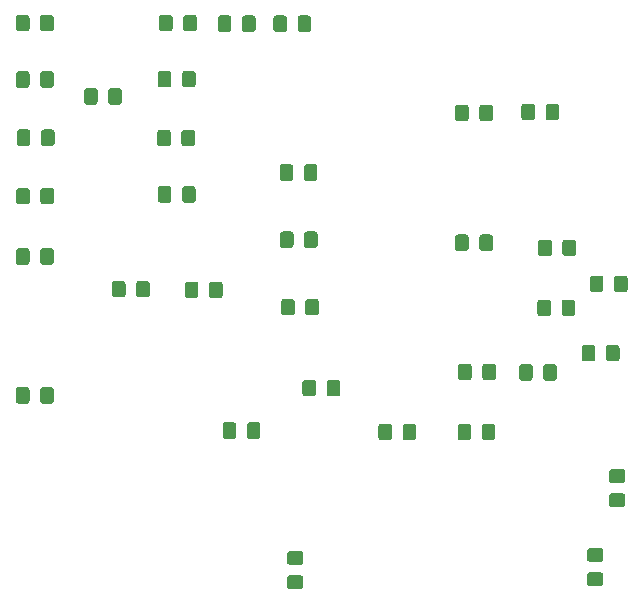
<source format=gbr>
G04 #@! TF.GenerationSoftware,KiCad,Pcbnew,(5.1.5-0-10_14)*
G04 #@! TF.CreationDate,2020-06-04T16:49:04+02:00*
G04 #@! TF.ProjectId,yuv-rgb-converter,7975762d-7267-4622-9d63-6f6e76657274,rev?*
G04 #@! TF.SameCoordinates,Original*
G04 #@! TF.FileFunction,Paste,Top*
G04 #@! TF.FilePolarity,Positive*
%FSLAX46Y46*%
G04 Gerber Fmt 4.6, Leading zero omitted, Abs format (unit mm)*
G04 Created by KiCad (PCBNEW (5.1.5-0-10_14)) date 2020-06-04 16:49:04*
%MOMM*%
%LPD*%
G04 APERTURE LIST*
%ADD10C,0.100000*%
G04 APERTURE END LIST*
D10*
G36*
X139964305Y-88455204D02*
G01*
X139988573Y-88458804D01*
X140012372Y-88464765D01*
X140035471Y-88473030D01*
X140057650Y-88483520D01*
X140078693Y-88496132D01*
X140098399Y-88510747D01*
X140116577Y-88527223D01*
X140133053Y-88545401D01*
X140147668Y-88565107D01*
X140160280Y-88586150D01*
X140170770Y-88608329D01*
X140179035Y-88631428D01*
X140184996Y-88655227D01*
X140188596Y-88679495D01*
X140189800Y-88703999D01*
X140189800Y-89604001D01*
X140188596Y-89628505D01*
X140184996Y-89652773D01*
X140179035Y-89676572D01*
X140170770Y-89699671D01*
X140160280Y-89721850D01*
X140147668Y-89742893D01*
X140133053Y-89762599D01*
X140116577Y-89780777D01*
X140098399Y-89797253D01*
X140078693Y-89811868D01*
X140057650Y-89824480D01*
X140035471Y-89834970D01*
X140012372Y-89843235D01*
X139988573Y-89849196D01*
X139964305Y-89852796D01*
X139939801Y-89854000D01*
X139289799Y-89854000D01*
X139265295Y-89852796D01*
X139241027Y-89849196D01*
X139217228Y-89843235D01*
X139194129Y-89834970D01*
X139171950Y-89824480D01*
X139150907Y-89811868D01*
X139131201Y-89797253D01*
X139113023Y-89780777D01*
X139096547Y-89762599D01*
X139081932Y-89742893D01*
X139069320Y-89721850D01*
X139058830Y-89699671D01*
X139050565Y-89676572D01*
X139044604Y-89652773D01*
X139041004Y-89628505D01*
X139039800Y-89604001D01*
X139039800Y-88703999D01*
X139041004Y-88679495D01*
X139044604Y-88655227D01*
X139050565Y-88631428D01*
X139058830Y-88608329D01*
X139069320Y-88586150D01*
X139081932Y-88565107D01*
X139096547Y-88545401D01*
X139113023Y-88527223D01*
X139131201Y-88510747D01*
X139150907Y-88496132D01*
X139171950Y-88483520D01*
X139194129Y-88473030D01*
X139217228Y-88464765D01*
X139241027Y-88458804D01*
X139265295Y-88455204D01*
X139289799Y-88454000D01*
X139939801Y-88454000D01*
X139964305Y-88455204D01*
G37*
G36*
X142014305Y-88455204D02*
G01*
X142038573Y-88458804D01*
X142062372Y-88464765D01*
X142085471Y-88473030D01*
X142107650Y-88483520D01*
X142128693Y-88496132D01*
X142148399Y-88510747D01*
X142166577Y-88527223D01*
X142183053Y-88545401D01*
X142197668Y-88565107D01*
X142210280Y-88586150D01*
X142220770Y-88608329D01*
X142229035Y-88631428D01*
X142234996Y-88655227D01*
X142238596Y-88679495D01*
X142239800Y-88703999D01*
X142239800Y-89604001D01*
X142238596Y-89628505D01*
X142234996Y-89652773D01*
X142229035Y-89676572D01*
X142220770Y-89699671D01*
X142210280Y-89721850D01*
X142197668Y-89742893D01*
X142183053Y-89762599D01*
X142166577Y-89780777D01*
X142148399Y-89797253D01*
X142128693Y-89811868D01*
X142107650Y-89824480D01*
X142085471Y-89834970D01*
X142062372Y-89843235D01*
X142038573Y-89849196D01*
X142014305Y-89852796D01*
X141989801Y-89854000D01*
X141339799Y-89854000D01*
X141315295Y-89852796D01*
X141291027Y-89849196D01*
X141267228Y-89843235D01*
X141244129Y-89834970D01*
X141221950Y-89824480D01*
X141200907Y-89811868D01*
X141181201Y-89797253D01*
X141163023Y-89780777D01*
X141146547Y-89762599D01*
X141131932Y-89742893D01*
X141119320Y-89721850D01*
X141108830Y-89699671D01*
X141100565Y-89676572D01*
X141094604Y-89652773D01*
X141091004Y-89628505D01*
X141089800Y-89604001D01*
X141089800Y-88703999D01*
X141091004Y-88679495D01*
X141094604Y-88655227D01*
X141100565Y-88631428D01*
X141108830Y-88608329D01*
X141119320Y-88586150D01*
X141131932Y-88565107D01*
X141146547Y-88545401D01*
X141163023Y-88527223D01*
X141181201Y-88510747D01*
X141200907Y-88496132D01*
X141221950Y-88483520D01*
X141244129Y-88473030D01*
X141267228Y-88464765D01*
X141291027Y-88458804D01*
X141315295Y-88455204D01*
X141339799Y-88454000D01*
X141989801Y-88454000D01*
X142014305Y-88455204D01*
G37*
G36*
X144409305Y-86423204D02*
G01*
X144433573Y-86426804D01*
X144457372Y-86432765D01*
X144480471Y-86441030D01*
X144502650Y-86451520D01*
X144523693Y-86464132D01*
X144543399Y-86478747D01*
X144561577Y-86495223D01*
X144578053Y-86513401D01*
X144592668Y-86533107D01*
X144605280Y-86554150D01*
X144615770Y-86576329D01*
X144624035Y-86599428D01*
X144629996Y-86623227D01*
X144633596Y-86647495D01*
X144634800Y-86671999D01*
X144634800Y-87572001D01*
X144633596Y-87596505D01*
X144629996Y-87620773D01*
X144624035Y-87644572D01*
X144615770Y-87667671D01*
X144605280Y-87689850D01*
X144592668Y-87710893D01*
X144578053Y-87730599D01*
X144561577Y-87748777D01*
X144543399Y-87765253D01*
X144523693Y-87779868D01*
X144502650Y-87792480D01*
X144480471Y-87802970D01*
X144457372Y-87811235D01*
X144433573Y-87817196D01*
X144409305Y-87820796D01*
X144384801Y-87822000D01*
X143734799Y-87822000D01*
X143710295Y-87820796D01*
X143686027Y-87817196D01*
X143662228Y-87811235D01*
X143639129Y-87802970D01*
X143616950Y-87792480D01*
X143595907Y-87779868D01*
X143576201Y-87765253D01*
X143558023Y-87748777D01*
X143541547Y-87730599D01*
X143526932Y-87710893D01*
X143514320Y-87689850D01*
X143503830Y-87667671D01*
X143495565Y-87644572D01*
X143489604Y-87620773D01*
X143486004Y-87596505D01*
X143484800Y-87572001D01*
X143484800Y-86671999D01*
X143486004Y-86647495D01*
X143489604Y-86623227D01*
X143495565Y-86599428D01*
X143503830Y-86576329D01*
X143514320Y-86554150D01*
X143526932Y-86533107D01*
X143541547Y-86513401D01*
X143558023Y-86495223D01*
X143576201Y-86478747D01*
X143595907Y-86464132D01*
X143616950Y-86451520D01*
X143639129Y-86441030D01*
X143662228Y-86432765D01*
X143686027Y-86426804D01*
X143710295Y-86423204D01*
X143734799Y-86422000D01*
X144384801Y-86422000D01*
X144409305Y-86423204D01*
G37*
G36*
X146459305Y-86423204D02*
G01*
X146483573Y-86426804D01*
X146507372Y-86432765D01*
X146530471Y-86441030D01*
X146552650Y-86451520D01*
X146573693Y-86464132D01*
X146593399Y-86478747D01*
X146611577Y-86495223D01*
X146628053Y-86513401D01*
X146642668Y-86533107D01*
X146655280Y-86554150D01*
X146665770Y-86576329D01*
X146674035Y-86599428D01*
X146679996Y-86623227D01*
X146683596Y-86647495D01*
X146684800Y-86671999D01*
X146684800Y-87572001D01*
X146683596Y-87596505D01*
X146679996Y-87620773D01*
X146674035Y-87644572D01*
X146665770Y-87667671D01*
X146655280Y-87689850D01*
X146642668Y-87710893D01*
X146628053Y-87730599D01*
X146611577Y-87748777D01*
X146593399Y-87765253D01*
X146573693Y-87779868D01*
X146552650Y-87792480D01*
X146530471Y-87802970D01*
X146507372Y-87811235D01*
X146483573Y-87817196D01*
X146459305Y-87820796D01*
X146434801Y-87822000D01*
X145784799Y-87822000D01*
X145760295Y-87820796D01*
X145736027Y-87817196D01*
X145712228Y-87811235D01*
X145689129Y-87802970D01*
X145666950Y-87792480D01*
X145645907Y-87779868D01*
X145626201Y-87765253D01*
X145608023Y-87748777D01*
X145591547Y-87730599D01*
X145576932Y-87710893D01*
X145564320Y-87689850D01*
X145553830Y-87667671D01*
X145545565Y-87644572D01*
X145539604Y-87620773D01*
X145536004Y-87596505D01*
X145534800Y-87572001D01*
X145534800Y-86671999D01*
X145536004Y-86647495D01*
X145539604Y-86623227D01*
X145545565Y-86599428D01*
X145553830Y-86576329D01*
X145564320Y-86554150D01*
X145576932Y-86533107D01*
X145591547Y-86513401D01*
X145608023Y-86495223D01*
X145626201Y-86478747D01*
X145645907Y-86464132D01*
X145666950Y-86451520D01*
X145689129Y-86441030D01*
X145712228Y-86432765D01*
X145736027Y-86426804D01*
X145760295Y-86423204D01*
X145784799Y-86422000D01*
X146434801Y-86422000D01*
X146459305Y-86423204D01*
G37*
G36*
X140040505Y-83375204D02*
G01*
X140064773Y-83378804D01*
X140088572Y-83384765D01*
X140111671Y-83393030D01*
X140133850Y-83403520D01*
X140154893Y-83416132D01*
X140174599Y-83430747D01*
X140192777Y-83447223D01*
X140209253Y-83465401D01*
X140223868Y-83485107D01*
X140236480Y-83506150D01*
X140246970Y-83528329D01*
X140255235Y-83551428D01*
X140261196Y-83575227D01*
X140264796Y-83599495D01*
X140266000Y-83623999D01*
X140266000Y-84524001D01*
X140264796Y-84548505D01*
X140261196Y-84572773D01*
X140255235Y-84596572D01*
X140246970Y-84619671D01*
X140236480Y-84641850D01*
X140223868Y-84662893D01*
X140209253Y-84682599D01*
X140192777Y-84700777D01*
X140174599Y-84717253D01*
X140154893Y-84731868D01*
X140133850Y-84744480D01*
X140111671Y-84754970D01*
X140088572Y-84763235D01*
X140064773Y-84769196D01*
X140040505Y-84772796D01*
X140016001Y-84774000D01*
X139365999Y-84774000D01*
X139341495Y-84772796D01*
X139317227Y-84769196D01*
X139293428Y-84763235D01*
X139270329Y-84754970D01*
X139248150Y-84744480D01*
X139227107Y-84731868D01*
X139207401Y-84717253D01*
X139189223Y-84700777D01*
X139172747Y-84682599D01*
X139158132Y-84662893D01*
X139145520Y-84641850D01*
X139135030Y-84619671D01*
X139126765Y-84596572D01*
X139120804Y-84572773D01*
X139117204Y-84548505D01*
X139116000Y-84524001D01*
X139116000Y-83623999D01*
X139117204Y-83599495D01*
X139120804Y-83575227D01*
X139126765Y-83551428D01*
X139135030Y-83528329D01*
X139145520Y-83506150D01*
X139158132Y-83485107D01*
X139172747Y-83465401D01*
X139189223Y-83447223D01*
X139207401Y-83430747D01*
X139227107Y-83416132D01*
X139248150Y-83403520D01*
X139270329Y-83393030D01*
X139293428Y-83384765D01*
X139317227Y-83378804D01*
X139341495Y-83375204D01*
X139365999Y-83374000D01*
X140016001Y-83374000D01*
X140040505Y-83375204D01*
G37*
G36*
X142090505Y-83375204D02*
G01*
X142114773Y-83378804D01*
X142138572Y-83384765D01*
X142161671Y-83393030D01*
X142183850Y-83403520D01*
X142204893Y-83416132D01*
X142224599Y-83430747D01*
X142242777Y-83447223D01*
X142259253Y-83465401D01*
X142273868Y-83485107D01*
X142286480Y-83506150D01*
X142296970Y-83528329D01*
X142305235Y-83551428D01*
X142311196Y-83575227D01*
X142314796Y-83599495D01*
X142316000Y-83623999D01*
X142316000Y-84524001D01*
X142314796Y-84548505D01*
X142311196Y-84572773D01*
X142305235Y-84596572D01*
X142296970Y-84619671D01*
X142286480Y-84641850D01*
X142273868Y-84662893D01*
X142259253Y-84682599D01*
X142242777Y-84700777D01*
X142224599Y-84717253D01*
X142204893Y-84731868D01*
X142183850Y-84744480D01*
X142161671Y-84754970D01*
X142138572Y-84763235D01*
X142114773Y-84769196D01*
X142090505Y-84772796D01*
X142066001Y-84774000D01*
X141415999Y-84774000D01*
X141391495Y-84772796D01*
X141367227Y-84769196D01*
X141343428Y-84763235D01*
X141320329Y-84754970D01*
X141298150Y-84744480D01*
X141277107Y-84731868D01*
X141257401Y-84717253D01*
X141239223Y-84700777D01*
X141222747Y-84682599D01*
X141208132Y-84662893D01*
X141195520Y-84641850D01*
X141185030Y-84619671D01*
X141176765Y-84596572D01*
X141170804Y-84572773D01*
X141167204Y-84548505D01*
X141166000Y-84524001D01*
X141166000Y-83623999D01*
X141167204Y-83599495D01*
X141170804Y-83575227D01*
X141176765Y-83551428D01*
X141185030Y-83528329D01*
X141195520Y-83506150D01*
X141208132Y-83485107D01*
X141222747Y-83465401D01*
X141239223Y-83447223D01*
X141257401Y-83430747D01*
X141277107Y-83416132D01*
X141298150Y-83403520D01*
X141320329Y-83393030D01*
X141343428Y-83384765D01*
X141367227Y-83378804D01*
X141391495Y-83375204D01*
X141415999Y-83374000D01*
X142066001Y-83374000D01*
X142090505Y-83375204D01*
G37*
G36*
X146270505Y-102820604D02*
G01*
X146294773Y-102824204D01*
X146318572Y-102830165D01*
X146341671Y-102838430D01*
X146363850Y-102848920D01*
X146384893Y-102861532D01*
X146404599Y-102876147D01*
X146422777Y-102892623D01*
X146439253Y-102910801D01*
X146453868Y-102930507D01*
X146466480Y-102951550D01*
X146476970Y-102973729D01*
X146485235Y-102996828D01*
X146491196Y-103020627D01*
X146494796Y-103044895D01*
X146496000Y-103069399D01*
X146496000Y-103719401D01*
X146494796Y-103743905D01*
X146491196Y-103768173D01*
X146485235Y-103791972D01*
X146476970Y-103815071D01*
X146466480Y-103837250D01*
X146453868Y-103858293D01*
X146439253Y-103877999D01*
X146422777Y-103896177D01*
X146404599Y-103912653D01*
X146384893Y-103927268D01*
X146363850Y-103939880D01*
X146341671Y-103950370D01*
X146318572Y-103958635D01*
X146294773Y-103964596D01*
X146270505Y-103968196D01*
X146246001Y-103969400D01*
X145345999Y-103969400D01*
X145321495Y-103968196D01*
X145297227Y-103964596D01*
X145273428Y-103958635D01*
X145250329Y-103950370D01*
X145228150Y-103939880D01*
X145207107Y-103927268D01*
X145187401Y-103912653D01*
X145169223Y-103896177D01*
X145152747Y-103877999D01*
X145138132Y-103858293D01*
X145125520Y-103837250D01*
X145115030Y-103815071D01*
X145106765Y-103791972D01*
X145100804Y-103768173D01*
X145097204Y-103743905D01*
X145096000Y-103719401D01*
X145096000Y-103069399D01*
X145097204Y-103044895D01*
X145100804Y-103020627D01*
X145106765Y-102996828D01*
X145115030Y-102973729D01*
X145125520Y-102951550D01*
X145138132Y-102930507D01*
X145152747Y-102910801D01*
X145169223Y-102892623D01*
X145187401Y-102876147D01*
X145207107Y-102861532D01*
X145228150Y-102848920D01*
X145250329Y-102838430D01*
X145273428Y-102830165D01*
X145297227Y-102824204D01*
X145321495Y-102820604D01*
X145345999Y-102819400D01*
X146246001Y-102819400D01*
X146270505Y-102820604D01*
G37*
G36*
X146270505Y-104870604D02*
G01*
X146294773Y-104874204D01*
X146318572Y-104880165D01*
X146341671Y-104888430D01*
X146363850Y-104898920D01*
X146384893Y-104911532D01*
X146404599Y-104926147D01*
X146422777Y-104942623D01*
X146439253Y-104960801D01*
X146453868Y-104980507D01*
X146466480Y-105001550D01*
X146476970Y-105023729D01*
X146485235Y-105046828D01*
X146491196Y-105070627D01*
X146494796Y-105094895D01*
X146496000Y-105119399D01*
X146496000Y-105769401D01*
X146494796Y-105793905D01*
X146491196Y-105818173D01*
X146485235Y-105841972D01*
X146476970Y-105865071D01*
X146466480Y-105887250D01*
X146453868Y-105908293D01*
X146439253Y-105927999D01*
X146422777Y-105946177D01*
X146404599Y-105962653D01*
X146384893Y-105977268D01*
X146363850Y-105989880D01*
X146341671Y-106000370D01*
X146318572Y-106008635D01*
X146294773Y-106014596D01*
X146270505Y-106018196D01*
X146246001Y-106019400D01*
X145345999Y-106019400D01*
X145321495Y-106018196D01*
X145297227Y-106014596D01*
X145273428Y-106008635D01*
X145250329Y-106000370D01*
X145228150Y-105989880D01*
X145207107Y-105977268D01*
X145187401Y-105962653D01*
X145169223Y-105946177D01*
X145152747Y-105927999D01*
X145138132Y-105908293D01*
X145125520Y-105887250D01*
X145115030Y-105865071D01*
X145106765Y-105841972D01*
X145100804Y-105818173D01*
X145097204Y-105793905D01*
X145096000Y-105769401D01*
X145096000Y-105119399D01*
X145097204Y-105094895D01*
X145100804Y-105070627D01*
X145106765Y-105046828D01*
X145115030Y-105023729D01*
X145125520Y-105001550D01*
X145138132Y-104980507D01*
X145152747Y-104960801D01*
X145169223Y-104942623D01*
X145187401Y-104926147D01*
X145207107Y-104911532D01*
X145228150Y-104898920D01*
X145250329Y-104888430D01*
X145273428Y-104880165D01*
X145297227Y-104874204D01*
X145321495Y-104870604D01*
X145345999Y-104869400D01*
X146246001Y-104869400D01*
X146270505Y-104870604D01*
G37*
G36*
X143723505Y-92290604D02*
G01*
X143747773Y-92294204D01*
X143771572Y-92300165D01*
X143794671Y-92308430D01*
X143816850Y-92318920D01*
X143837893Y-92331532D01*
X143857599Y-92346147D01*
X143875777Y-92362623D01*
X143892253Y-92380801D01*
X143906868Y-92400507D01*
X143919480Y-92421550D01*
X143929970Y-92443729D01*
X143938235Y-92466828D01*
X143944196Y-92490627D01*
X143947796Y-92514895D01*
X143949000Y-92539399D01*
X143949000Y-93439401D01*
X143947796Y-93463905D01*
X143944196Y-93488173D01*
X143938235Y-93511972D01*
X143929970Y-93535071D01*
X143919480Y-93557250D01*
X143906868Y-93578293D01*
X143892253Y-93597999D01*
X143875777Y-93616177D01*
X143857599Y-93632653D01*
X143837893Y-93647268D01*
X143816850Y-93659880D01*
X143794671Y-93670370D01*
X143771572Y-93678635D01*
X143747773Y-93684596D01*
X143723505Y-93688196D01*
X143699001Y-93689400D01*
X143048999Y-93689400D01*
X143024495Y-93688196D01*
X143000227Y-93684596D01*
X142976428Y-93678635D01*
X142953329Y-93670370D01*
X142931150Y-93659880D01*
X142910107Y-93647268D01*
X142890401Y-93632653D01*
X142872223Y-93616177D01*
X142855747Y-93597999D01*
X142841132Y-93578293D01*
X142828520Y-93557250D01*
X142818030Y-93535071D01*
X142809765Y-93511972D01*
X142803804Y-93488173D01*
X142800204Y-93463905D01*
X142799000Y-93439401D01*
X142799000Y-92539399D01*
X142800204Y-92514895D01*
X142803804Y-92490627D01*
X142809765Y-92466828D01*
X142818030Y-92443729D01*
X142828520Y-92421550D01*
X142841132Y-92400507D01*
X142855747Y-92380801D01*
X142872223Y-92362623D01*
X142890401Y-92346147D01*
X142910107Y-92331532D01*
X142931150Y-92318920D01*
X142953329Y-92308430D01*
X142976428Y-92300165D01*
X143000227Y-92294204D01*
X143024495Y-92290604D01*
X143048999Y-92289400D01*
X143699001Y-92289400D01*
X143723505Y-92290604D01*
G37*
G36*
X145773505Y-92290604D02*
G01*
X145797773Y-92294204D01*
X145821572Y-92300165D01*
X145844671Y-92308430D01*
X145866850Y-92318920D01*
X145887893Y-92331532D01*
X145907599Y-92346147D01*
X145925777Y-92362623D01*
X145942253Y-92380801D01*
X145956868Y-92400507D01*
X145969480Y-92421550D01*
X145979970Y-92443729D01*
X145988235Y-92466828D01*
X145994196Y-92490627D01*
X145997796Y-92514895D01*
X145999000Y-92539399D01*
X145999000Y-93439401D01*
X145997796Y-93463905D01*
X145994196Y-93488173D01*
X145988235Y-93511972D01*
X145979970Y-93535071D01*
X145969480Y-93557250D01*
X145956868Y-93578293D01*
X145942253Y-93597999D01*
X145925777Y-93616177D01*
X145907599Y-93632653D01*
X145887893Y-93647268D01*
X145866850Y-93659880D01*
X145844671Y-93670370D01*
X145821572Y-93678635D01*
X145797773Y-93684596D01*
X145773505Y-93688196D01*
X145749001Y-93689400D01*
X145098999Y-93689400D01*
X145074495Y-93688196D01*
X145050227Y-93684596D01*
X145026428Y-93678635D01*
X145003329Y-93670370D01*
X144981150Y-93659880D01*
X144960107Y-93647268D01*
X144940401Y-93632653D01*
X144922223Y-93616177D01*
X144905747Y-93597999D01*
X144891132Y-93578293D01*
X144878520Y-93557250D01*
X144868030Y-93535071D01*
X144859765Y-93511972D01*
X144853804Y-93488173D01*
X144850204Y-93463905D01*
X144849000Y-93439401D01*
X144849000Y-92539399D01*
X144850204Y-92514895D01*
X144853804Y-92490627D01*
X144859765Y-92466828D01*
X144868030Y-92443729D01*
X144878520Y-92421550D01*
X144891132Y-92400507D01*
X144905747Y-92380801D01*
X144922223Y-92362623D01*
X144940401Y-92346147D01*
X144960107Y-92331532D01*
X144981150Y-92318920D01*
X145003329Y-92308430D01*
X145026428Y-92300165D01*
X145050227Y-92294204D01*
X145074495Y-92290604D01*
X145098999Y-92289400D01*
X145749001Y-92289400D01*
X145773505Y-92290604D01*
G37*
G36*
X138414905Y-93916204D02*
G01*
X138439173Y-93919804D01*
X138462972Y-93925765D01*
X138486071Y-93934030D01*
X138508250Y-93944520D01*
X138529293Y-93957132D01*
X138548999Y-93971747D01*
X138567177Y-93988223D01*
X138583653Y-94006401D01*
X138598268Y-94026107D01*
X138610880Y-94047150D01*
X138621370Y-94069329D01*
X138629635Y-94092428D01*
X138635596Y-94116227D01*
X138639196Y-94140495D01*
X138640400Y-94164999D01*
X138640400Y-95065001D01*
X138639196Y-95089505D01*
X138635596Y-95113773D01*
X138629635Y-95137572D01*
X138621370Y-95160671D01*
X138610880Y-95182850D01*
X138598268Y-95203893D01*
X138583653Y-95223599D01*
X138567177Y-95241777D01*
X138548999Y-95258253D01*
X138529293Y-95272868D01*
X138508250Y-95285480D01*
X138486071Y-95295970D01*
X138462972Y-95304235D01*
X138439173Y-95310196D01*
X138414905Y-95313796D01*
X138390401Y-95315000D01*
X137740399Y-95315000D01*
X137715895Y-95313796D01*
X137691627Y-95310196D01*
X137667828Y-95304235D01*
X137644729Y-95295970D01*
X137622550Y-95285480D01*
X137601507Y-95272868D01*
X137581801Y-95258253D01*
X137563623Y-95241777D01*
X137547147Y-95223599D01*
X137532532Y-95203893D01*
X137519920Y-95182850D01*
X137509430Y-95160671D01*
X137501165Y-95137572D01*
X137495204Y-95113773D01*
X137491604Y-95089505D01*
X137490400Y-95065001D01*
X137490400Y-94164999D01*
X137491604Y-94140495D01*
X137495204Y-94116227D01*
X137501165Y-94092428D01*
X137509430Y-94069329D01*
X137519920Y-94047150D01*
X137532532Y-94026107D01*
X137547147Y-94006401D01*
X137563623Y-93988223D01*
X137581801Y-93971747D01*
X137601507Y-93957132D01*
X137622550Y-93944520D01*
X137644729Y-93934030D01*
X137667828Y-93925765D01*
X137691627Y-93919804D01*
X137715895Y-93916204D01*
X137740399Y-93915000D01*
X138390401Y-93915000D01*
X138414905Y-93916204D01*
G37*
G36*
X140464905Y-93916204D02*
G01*
X140489173Y-93919804D01*
X140512972Y-93925765D01*
X140536071Y-93934030D01*
X140558250Y-93944520D01*
X140579293Y-93957132D01*
X140598999Y-93971747D01*
X140617177Y-93988223D01*
X140633653Y-94006401D01*
X140648268Y-94026107D01*
X140660880Y-94047150D01*
X140671370Y-94069329D01*
X140679635Y-94092428D01*
X140685596Y-94116227D01*
X140689196Y-94140495D01*
X140690400Y-94164999D01*
X140690400Y-95065001D01*
X140689196Y-95089505D01*
X140685596Y-95113773D01*
X140679635Y-95137572D01*
X140671370Y-95160671D01*
X140660880Y-95182850D01*
X140648268Y-95203893D01*
X140633653Y-95223599D01*
X140617177Y-95241777D01*
X140598999Y-95258253D01*
X140579293Y-95272868D01*
X140558250Y-95285480D01*
X140536071Y-95295970D01*
X140512972Y-95304235D01*
X140489173Y-95310196D01*
X140464905Y-95313796D01*
X140440401Y-95315000D01*
X139790399Y-95315000D01*
X139765895Y-95313796D01*
X139741627Y-95310196D01*
X139717828Y-95304235D01*
X139694729Y-95295970D01*
X139672550Y-95285480D01*
X139651507Y-95272868D01*
X139631801Y-95258253D01*
X139613623Y-95241777D01*
X139597147Y-95223599D01*
X139582532Y-95203893D01*
X139569920Y-95182850D01*
X139559430Y-95160671D01*
X139551165Y-95137572D01*
X139545204Y-95113773D01*
X139541604Y-95089505D01*
X139540400Y-95065001D01*
X139540400Y-94164999D01*
X139541604Y-94140495D01*
X139545204Y-94116227D01*
X139551165Y-94092428D01*
X139559430Y-94069329D01*
X139569920Y-94047150D01*
X139582532Y-94026107D01*
X139597147Y-94006401D01*
X139613623Y-93988223D01*
X139631801Y-93971747D01*
X139651507Y-93957132D01*
X139672550Y-93944520D01*
X139694729Y-93934030D01*
X139717828Y-93925765D01*
X139741627Y-93919804D01*
X139765895Y-93916204D01*
X139790399Y-93915000D01*
X140440401Y-93915000D01*
X140464905Y-93916204D01*
G37*
G36*
X133004705Y-82943404D02*
G01*
X133028973Y-82947004D01*
X133052772Y-82952965D01*
X133075871Y-82961230D01*
X133098050Y-82971720D01*
X133119093Y-82984332D01*
X133138799Y-82998947D01*
X133156977Y-83015423D01*
X133173453Y-83033601D01*
X133188068Y-83053307D01*
X133200680Y-83074350D01*
X133211170Y-83096529D01*
X133219435Y-83119628D01*
X133225396Y-83143427D01*
X133228996Y-83167695D01*
X133230200Y-83192199D01*
X133230200Y-84092201D01*
X133228996Y-84116705D01*
X133225396Y-84140973D01*
X133219435Y-84164772D01*
X133211170Y-84187871D01*
X133200680Y-84210050D01*
X133188068Y-84231093D01*
X133173453Y-84250799D01*
X133156977Y-84268977D01*
X133138799Y-84285453D01*
X133119093Y-84300068D01*
X133098050Y-84312680D01*
X133075871Y-84323170D01*
X133052772Y-84331435D01*
X133028973Y-84337396D01*
X133004705Y-84340996D01*
X132980201Y-84342200D01*
X132330199Y-84342200D01*
X132305695Y-84340996D01*
X132281427Y-84337396D01*
X132257628Y-84331435D01*
X132234529Y-84323170D01*
X132212350Y-84312680D01*
X132191307Y-84300068D01*
X132171601Y-84285453D01*
X132153423Y-84268977D01*
X132136947Y-84250799D01*
X132122332Y-84231093D01*
X132109720Y-84210050D01*
X132099230Y-84187871D01*
X132090965Y-84164772D01*
X132085004Y-84140973D01*
X132081404Y-84116705D01*
X132080200Y-84092201D01*
X132080200Y-83192199D01*
X132081404Y-83167695D01*
X132085004Y-83143427D01*
X132090965Y-83119628D01*
X132099230Y-83096529D01*
X132109720Y-83074350D01*
X132122332Y-83053307D01*
X132136947Y-83033601D01*
X132153423Y-83015423D01*
X132171601Y-82998947D01*
X132191307Y-82984332D01*
X132212350Y-82971720D01*
X132234529Y-82961230D01*
X132257628Y-82952965D01*
X132281427Y-82947004D01*
X132305695Y-82943404D01*
X132330199Y-82942200D01*
X132980201Y-82942200D01*
X133004705Y-82943404D01*
G37*
G36*
X135054705Y-82943404D02*
G01*
X135078973Y-82947004D01*
X135102772Y-82952965D01*
X135125871Y-82961230D01*
X135148050Y-82971720D01*
X135169093Y-82984332D01*
X135188799Y-82998947D01*
X135206977Y-83015423D01*
X135223453Y-83033601D01*
X135238068Y-83053307D01*
X135250680Y-83074350D01*
X135261170Y-83096529D01*
X135269435Y-83119628D01*
X135275396Y-83143427D01*
X135278996Y-83167695D01*
X135280200Y-83192199D01*
X135280200Y-84092201D01*
X135278996Y-84116705D01*
X135275396Y-84140973D01*
X135269435Y-84164772D01*
X135261170Y-84187871D01*
X135250680Y-84210050D01*
X135238068Y-84231093D01*
X135223453Y-84250799D01*
X135206977Y-84268977D01*
X135188799Y-84285453D01*
X135169093Y-84300068D01*
X135148050Y-84312680D01*
X135125871Y-84323170D01*
X135102772Y-84331435D01*
X135078973Y-84337396D01*
X135054705Y-84340996D01*
X135030201Y-84342200D01*
X134380199Y-84342200D01*
X134355695Y-84340996D01*
X134331427Y-84337396D01*
X134307628Y-84331435D01*
X134284529Y-84323170D01*
X134262350Y-84312680D01*
X134241307Y-84300068D01*
X134221601Y-84285453D01*
X134203423Y-84268977D01*
X134186947Y-84250799D01*
X134172332Y-84231093D01*
X134159720Y-84210050D01*
X134149230Y-84187871D01*
X134140965Y-84164772D01*
X134135004Y-84140973D01*
X134131404Y-84116705D01*
X134130200Y-84092201D01*
X134130200Y-83192199D01*
X134131404Y-83167695D01*
X134135004Y-83143427D01*
X134140965Y-83119628D01*
X134149230Y-83096529D01*
X134159720Y-83074350D01*
X134172332Y-83053307D01*
X134186947Y-83033601D01*
X134203423Y-83015423D01*
X134221601Y-82998947D01*
X134241307Y-82984332D01*
X134262350Y-82971720D01*
X134284529Y-82961230D01*
X134307628Y-82952965D01*
X134331427Y-82947004D01*
X134355695Y-82943404D01*
X134380199Y-82942200D01*
X135030201Y-82942200D01*
X135054705Y-82943404D01*
G37*
G36*
X133004705Y-71945204D02*
G01*
X133028973Y-71948804D01*
X133052772Y-71954765D01*
X133075871Y-71963030D01*
X133098050Y-71973520D01*
X133119093Y-71986132D01*
X133138799Y-72000747D01*
X133156977Y-72017223D01*
X133173453Y-72035401D01*
X133188068Y-72055107D01*
X133200680Y-72076150D01*
X133211170Y-72098329D01*
X133219435Y-72121428D01*
X133225396Y-72145227D01*
X133228996Y-72169495D01*
X133230200Y-72193999D01*
X133230200Y-73094001D01*
X133228996Y-73118505D01*
X133225396Y-73142773D01*
X133219435Y-73166572D01*
X133211170Y-73189671D01*
X133200680Y-73211850D01*
X133188068Y-73232893D01*
X133173453Y-73252599D01*
X133156977Y-73270777D01*
X133138799Y-73287253D01*
X133119093Y-73301868D01*
X133098050Y-73314480D01*
X133075871Y-73324970D01*
X133052772Y-73333235D01*
X133028973Y-73339196D01*
X133004705Y-73342796D01*
X132980201Y-73344000D01*
X132330199Y-73344000D01*
X132305695Y-73342796D01*
X132281427Y-73339196D01*
X132257628Y-73333235D01*
X132234529Y-73324970D01*
X132212350Y-73314480D01*
X132191307Y-73301868D01*
X132171601Y-73287253D01*
X132153423Y-73270777D01*
X132136947Y-73252599D01*
X132122332Y-73232893D01*
X132109720Y-73211850D01*
X132099230Y-73189671D01*
X132090965Y-73166572D01*
X132085004Y-73142773D01*
X132081404Y-73118505D01*
X132080200Y-73094001D01*
X132080200Y-72193999D01*
X132081404Y-72169495D01*
X132085004Y-72145227D01*
X132090965Y-72121428D01*
X132099230Y-72098329D01*
X132109720Y-72076150D01*
X132122332Y-72055107D01*
X132136947Y-72035401D01*
X132153423Y-72017223D01*
X132171601Y-72000747D01*
X132191307Y-71986132D01*
X132212350Y-71973520D01*
X132234529Y-71963030D01*
X132257628Y-71954765D01*
X132281427Y-71948804D01*
X132305695Y-71945204D01*
X132330199Y-71944000D01*
X132980201Y-71944000D01*
X133004705Y-71945204D01*
G37*
G36*
X135054705Y-71945204D02*
G01*
X135078973Y-71948804D01*
X135102772Y-71954765D01*
X135125871Y-71963030D01*
X135148050Y-71973520D01*
X135169093Y-71986132D01*
X135188799Y-72000747D01*
X135206977Y-72017223D01*
X135223453Y-72035401D01*
X135238068Y-72055107D01*
X135250680Y-72076150D01*
X135261170Y-72098329D01*
X135269435Y-72121428D01*
X135275396Y-72145227D01*
X135278996Y-72169495D01*
X135280200Y-72193999D01*
X135280200Y-73094001D01*
X135278996Y-73118505D01*
X135275396Y-73142773D01*
X135269435Y-73166572D01*
X135261170Y-73189671D01*
X135250680Y-73211850D01*
X135238068Y-73232893D01*
X135223453Y-73252599D01*
X135206977Y-73270777D01*
X135188799Y-73287253D01*
X135169093Y-73301868D01*
X135148050Y-73314480D01*
X135125871Y-73324970D01*
X135102772Y-73333235D01*
X135078973Y-73339196D01*
X135054705Y-73342796D01*
X135030201Y-73344000D01*
X134380199Y-73344000D01*
X134355695Y-73342796D01*
X134331427Y-73339196D01*
X134307628Y-73333235D01*
X134284529Y-73324970D01*
X134262350Y-73314480D01*
X134241307Y-73301868D01*
X134221601Y-73287253D01*
X134203423Y-73270777D01*
X134186947Y-73252599D01*
X134172332Y-73232893D01*
X134159720Y-73211850D01*
X134149230Y-73189671D01*
X134140965Y-73166572D01*
X134135004Y-73142773D01*
X134131404Y-73118505D01*
X134130200Y-73094001D01*
X134130200Y-72193999D01*
X134131404Y-72169495D01*
X134135004Y-72145227D01*
X134140965Y-72121428D01*
X134149230Y-72098329D01*
X134159720Y-72076150D01*
X134172332Y-72055107D01*
X134186947Y-72035401D01*
X134203423Y-72017223D01*
X134221601Y-72000747D01*
X134241307Y-71986132D01*
X134262350Y-71973520D01*
X134284529Y-71963030D01*
X134307628Y-71954765D01*
X134331427Y-71948804D01*
X134355695Y-71945204D01*
X134380199Y-71944000D01*
X135030201Y-71944000D01*
X135054705Y-71945204D01*
G37*
G36*
X133258705Y-93890804D02*
G01*
X133282973Y-93894404D01*
X133306772Y-93900365D01*
X133329871Y-93908630D01*
X133352050Y-93919120D01*
X133373093Y-93931732D01*
X133392799Y-93946347D01*
X133410977Y-93962823D01*
X133427453Y-93981001D01*
X133442068Y-94000707D01*
X133454680Y-94021750D01*
X133465170Y-94043929D01*
X133473435Y-94067028D01*
X133479396Y-94090827D01*
X133482996Y-94115095D01*
X133484200Y-94139599D01*
X133484200Y-95039601D01*
X133482996Y-95064105D01*
X133479396Y-95088373D01*
X133473435Y-95112172D01*
X133465170Y-95135271D01*
X133454680Y-95157450D01*
X133442068Y-95178493D01*
X133427453Y-95198199D01*
X133410977Y-95216377D01*
X133392799Y-95232853D01*
X133373093Y-95247468D01*
X133352050Y-95260080D01*
X133329871Y-95270570D01*
X133306772Y-95278835D01*
X133282973Y-95284796D01*
X133258705Y-95288396D01*
X133234201Y-95289600D01*
X132584199Y-95289600D01*
X132559695Y-95288396D01*
X132535427Y-95284796D01*
X132511628Y-95278835D01*
X132488529Y-95270570D01*
X132466350Y-95260080D01*
X132445307Y-95247468D01*
X132425601Y-95232853D01*
X132407423Y-95216377D01*
X132390947Y-95198199D01*
X132376332Y-95178493D01*
X132363720Y-95157450D01*
X132353230Y-95135271D01*
X132344965Y-95112172D01*
X132339004Y-95088373D01*
X132335404Y-95064105D01*
X132334200Y-95039601D01*
X132334200Y-94139599D01*
X132335404Y-94115095D01*
X132339004Y-94090827D01*
X132344965Y-94067028D01*
X132353230Y-94043929D01*
X132363720Y-94021750D01*
X132376332Y-94000707D01*
X132390947Y-93981001D01*
X132407423Y-93962823D01*
X132425601Y-93946347D01*
X132445307Y-93931732D01*
X132466350Y-93919120D01*
X132488529Y-93908630D01*
X132511628Y-93900365D01*
X132535427Y-93894404D01*
X132559695Y-93890804D01*
X132584199Y-93889600D01*
X133234201Y-93889600D01*
X133258705Y-93890804D01*
G37*
G36*
X135308705Y-93890804D02*
G01*
X135332973Y-93894404D01*
X135356772Y-93900365D01*
X135379871Y-93908630D01*
X135402050Y-93919120D01*
X135423093Y-93931732D01*
X135442799Y-93946347D01*
X135460977Y-93962823D01*
X135477453Y-93981001D01*
X135492068Y-94000707D01*
X135504680Y-94021750D01*
X135515170Y-94043929D01*
X135523435Y-94067028D01*
X135529396Y-94090827D01*
X135532996Y-94115095D01*
X135534200Y-94139599D01*
X135534200Y-95039601D01*
X135532996Y-95064105D01*
X135529396Y-95088373D01*
X135523435Y-95112172D01*
X135515170Y-95135271D01*
X135504680Y-95157450D01*
X135492068Y-95178493D01*
X135477453Y-95198199D01*
X135460977Y-95216377D01*
X135442799Y-95232853D01*
X135423093Y-95247468D01*
X135402050Y-95260080D01*
X135379871Y-95270570D01*
X135356772Y-95278835D01*
X135332973Y-95284796D01*
X135308705Y-95288396D01*
X135284201Y-95289600D01*
X134634199Y-95289600D01*
X134609695Y-95288396D01*
X134585427Y-95284796D01*
X134561628Y-95278835D01*
X134538529Y-95270570D01*
X134516350Y-95260080D01*
X134495307Y-95247468D01*
X134475601Y-95232853D01*
X134457423Y-95216377D01*
X134440947Y-95198199D01*
X134426332Y-95178493D01*
X134413720Y-95157450D01*
X134403230Y-95135271D01*
X134394965Y-95112172D01*
X134389004Y-95088373D01*
X134385404Y-95064105D01*
X134384200Y-95039601D01*
X134384200Y-94139599D01*
X134385404Y-94115095D01*
X134389004Y-94090827D01*
X134394965Y-94067028D01*
X134403230Y-94043929D01*
X134413720Y-94021750D01*
X134426332Y-94000707D01*
X134440947Y-93981001D01*
X134457423Y-93962823D01*
X134475601Y-93946347D01*
X134495307Y-93931732D01*
X134516350Y-93919120D01*
X134538529Y-93908630D01*
X134561628Y-93900365D01*
X134585427Y-93894404D01*
X134609695Y-93890804D01*
X134634199Y-93889600D01*
X135284201Y-93889600D01*
X135308705Y-93890804D01*
G37*
G36*
X120221105Y-82689404D02*
G01*
X120245373Y-82693004D01*
X120269172Y-82698965D01*
X120292271Y-82707230D01*
X120314450Y-82717720D01*
X120335493Y-82730332D01*
X120355199Y-82744947D01*
X120373377Y-82761423D01*
X120389853Y-82779601D01*
X120404468Y-82799307D01*
X120417080Y-82820350D01*
X120427570Y-82842529D01*
X120435835Y-82865628D01*
X120441796Y-82889427D01*
X120445396Y-82913695D01*
X120446600Y-82938199D01*
X120446600Y-83838201D01*
X120445396Y-83862705D01*
X120441796Y-83886973D01*
X120435835Y-83910772D01*
X120427570Y-83933871D01*
X120417080Y-83956050D01*
X120404468Y-83977093D01*
X120389853Y-83996799D01*
X120373377Y-84014977D01*
X120355199Y-84031453D01*
X120335493Y-84046068D01*
X120314450Y-84058680D01*
X120292271Y-84069170D01*
X120269172Y-84077435D01*
X120245373Y-84083396D01*
X120221105Y-84086996D01*
X120196601Y-84088200D01*
X119546599Y-84088200D01*
X119522095Y-84086996D01*
X119497827Y-84083396D01*
X119474028Y-84077435D01*
X119450929Y-84069170D01*
X119428750Y-84058680D01*
X119407707Y-84046068D01*
X119388001Y-84031453D01*
X119369823Y-84014977D01*
X119353347Y-83996799D01*
X119338732Y-83977093D01*
X119326120Y-83956050D01*
X119315630Y-83933871D01*
X119307365Y-83910772D01*
X119301404Y-83886973D01*
X119297804Y-83862705D01*
X119296600Y-83838201D01*
X119296600Y-82938199D01*
X119297804Y-82913695D01*
X119301404Y-82889427D01*
X119307365Y-82865628D01*
X119315630Y-82842529D01*
X119326120Y-82820350D01*
X119338732Y-82799307D01*
X119353347Y-82779601D01*
X119369823Y-82761423D01*
X119388001Y-82744947D01*
X119407707Y-82730332D01*
X119428750Y-82717720D01*
X119450929Y-82707230D01*
X119474028Y-82698965D01*
X119497827Y-82693004D01*
X119522095Y-82689404D01*
X119546599Y-82688200D01*
X120196601Y-82688200D01*
X120221105Y-82689404D01*
G37*
G36*
X118171105Y-82689404D02*
G01*
X118195373Y-82693004D01*
X118219172Y-82698965D01*
X118242271Y-82707230D01*
X118264450Y-82717720D01*
X118285493Y-82730332D01*
X118305199Y-82744947D01*
X118323377Y-82761423D01*
X118339853Y-82779601D01*
X118354468Y-82799307D01*
X118367080Y-82820350D01*
X118377570Y-82842529D01*
X118385835Y-82865628D01*
X118391796Y-82889427D01*
X118395396Y-82913695D01*
X118396600Y-82938199D01*
X118396600Y-83838201D01*
X118395396Y-83862705D01*
X118391796Y-83886973D01*
X118385835Y-83910772D01*
X118377570Y-83933871D01*
X118367080Y-83956050D01*
X118354468Y-83977093D01*
X118339853Y-83996799D01*
X118323377Y-84014977D01*
X118305199Y-84031453D01*
X118285493Y-84046068D01*
X118264450Y-84058680D01*
X118242271Y-84069170D01*
X118219172Y-84077435D01*
X118195373Y-84083396D01*
X118171105Y-84086996D01*
X118146601Y-84088200D01*
X117496599Y-84088200D01*
X117472095Y-84086996D01*
X117447827Y-84083396D01*
X117424028Y-84077435D01*
X117400929Y-84069170D01*
X117378750Y-84058680D01*
X117357707Y-84046068D01*
X117338001Y-84031453D01*
X117319823Y-84014977D01*
X117303347Y-83996799D01*
X117288732Y-83977093D01*
X117276120Y-83956050D01*
X117265630Y-83933871D01*
X117257365Y-83910772D01*
X117251404Y-83886973D01*
X117247804Y-83862705D01*
X117246600Y-83838201D01*
X117246600Y-82938199D01*
X117247804Y-82913695D01*
X117251404Y-82889427D01*
X117257365Y-82865628D01*
X117265630Y-82842529D01*
X117276120Y-82820350D01*
X117288732Y-82799307D01*
X117303347Y-82779601D01*
X117319823Y-82761423D01*
X117338001Y-82744947D01*
X117357707Y-82730332D01*
X117378750Y-82717720D01*
X117400929Y-82707230D01*
X117424028Y-82698965D01*
X117447827Y-82693004D01*
X117472095Y-82689404D01*
X117496599Y-82688200D01*
X118146601Y-82688200D01*
X118171105Y-82689404D01*
G37*
G36*
X120076105Y-95262404D02*
G01*
X120100373Y-95266004D01*
X120124172Y-95271965D01*
X120147271Y-95280230D01*
X120169450Y-95290720D01*
X120190493Y-95303332D01*
X120210199Y-95317947D01*
X120228377Y-95334423D01*
X120244853Y-95352601D01*
X120259468Y-95372307D01*
X120272080Y-95393350D01*
X120282570Y-95415529D01*
X120290835Y-95438628D01*
X120296796Y-95462427D01*
X120300396Y-95486695D01*
X120301600Y-95511199D01*
X120301600Y-96411201D01*
X120300396Y-96435705D01*
X120296796Y-96459973D01*
X120290835Y-96483772D01*
X120282570Y-96506871D01*
X120272080Y-96529050D01*
X120259468Y-96550093D01*
X120244853Y-96569799D01*
X120228377Y-96587977D01*
X120210199Y-96604453D01*
X120190493Y-96619068D01*
X120169450Y-96631680D01*
X120147271Y-96642170D01*
X120124172Y-96650435D01*
X120100373Y-96656396D01*
X120076105Y-96659996D01*
X120051601Y-96661200D01*
X119401599Y-96661200D01*
X119377095Y-96659996D01*
X119352827Y-96656396D01*
X119329028Y-96650435D01*
X119305929Y-96642170D01*
X119283750Y-96631680D01*
X119262707Y-96619068D01*
X119243001Y-96604453D01*
X119224823Y-96587977D01*
X119208347Y-96569799D01*
X119193732Y-96550093D01*
X119181120Y-96529050D01*
X119170630Y-96506871D01*
X119162365Y-96483772D01*
X119156404Y-96459973D01*
X119152804Y-96435705D01*
X119151600Y-96411201D01*
X119151600Y-95511199D01*
X119152804Y-95486695D01*
X119156404Y-95462427D01*
X119162365Y-95438628D01*
X119170630Y-95415529D01*
X119181120Y-95393350D01*
X119193732Y-95372307D01*
X119208347Y-95352601D01*
X119224823Y-95334423D01*
X119243001Y-95317947D01*
X119262707Y-95303332D01*
X119283750Y-95290720D01*
X119305929Y-95280230D01*
X119329028Y-95271965D01*
X119352827Y-95266004D01*
X119377095Y-95262404D01*
X119401599Y-95261200D01*
X120051601Y-95261200D01*
X120076105Y-95262404D01*
G37*
G36*
X122126105Y-95262404D02*
G01*
X122150373Y-95266004D01*
X122174172Y-95271965D01*
X122197271Y-95280230D01*
X122219450Y-95290720D01*
X122240493Y-95303332D01*
X122260199Y-95317947D01*
X122278377Y-95334423D01*
X122294853Y-95352601D01*
X122309468Y-95372307D01*
X122322080Y-95393350D01*
X122332570Y-95415529D01*
X122340835Y-95438628D01*
X122346796Y-95462427D01*
X122350396Y-95486695D01*
X122351600Y-95511199D01*
X122351600Y-96411201D01*
X122350396Y-96435705D01*
X122346796Y-96459973D01*
X122340835Y-96483772D01*
X122332570Y-96506871D01*
X122322080Y-96529050D01*
X122309468Y-96550093D01*
X122294853Y-96569799D01*
X122278377Y-96587977D01*
X122260199Y-96604453D01*
X122240493Y-96619068D01*
X122219450Y-96631680D01*
X122197271Y-96642170D01*
X122174172Y-96650435D01*
X122150373Y-96656396D01*
X122126105Y-96659996D01*
X122101601Y-96661200D01*
X121451599Y-96661200D01*
X121427095Y-96659996D01*
X121402827Y-96656396D01*
X121379028Y-96650435D01*
X121355929Y-96642170D01*
X121333750Y-96631680D01*
X121312707Y-96619068D01*
X121293001Y-96604453D01*
X121274823Y-96587977D01*
X121258347Y-96569799D01*
X121243732Y-96550093D01*
X121231120Y-96529050D01*
X121220630Y-96506871D01*
X121212365Y-96483772D01*
X121206404Y-96459973D01*
X121202804Y-96435705D01*
X121201600Y-96411201D01*
X121201600Y-95511199D01*
X121202804Y-95486695D01*
X121206404Y-95462427D01*
X121212365Y-95438628D01*
X121220630Y-95415529D01*
X121231120Y-95393350D01*
X121243732Y-95372307D01*
X121258347Y-95352601D01*
X121274823Y-95334423D01*
X121293001Y-95317947D01*
X121312707Y-95303332D01*
X121333750Y-95290720D01*
X121355929Y-95280230D01*
X121379028Y-95271965D01*
X121402827Y-95266004D01*
X121427095Y-95262404D01*
X121451599Y-95261200D01*
X122101601Y-95261200D01*
X122126105Y-95262404D01*
G37*
G36*
X113319705Y-98843804D02*
G01*
X113343973Y-98847404D01*
X113367772Y-98853365D01*
X113390871Y-98861630D01*
X113413050Y-98872120D01*
X113434093Y-98884732D01*
X113453799Y-98899347D01*
X113471977Y-98915823D01*
X113488453Y-98934001D01*
X113503068Y-98953707D01*
X113515680Y-98974750D01*
X113526170Y-98996929D01*
X113534435Y-99020028D01*
X113540396Y-99043827D01*
X113543996Y-99068095D01*
X113545200Y-99092599D01*
X113545200Y-99992601D01*
X113543996Y-100017105D01*
X113540396Y-100041373D01*
X113534435Y-100065172D01*
X113526170Y-100088271D01*
X113515680Y-100110450D01*
X113503068Y-100131493D01*
X113488453Y-100151199D01*
X113471977Y-100169377D01*
X113453799Y-100185853D01*
X113434093Y-100200468D01*
X113413050Y-100213080D01*
X113390871Y-100223570D01*
X113367772Y-100231835D01*
X113343973Y-100237796D01*
X113319705Y-100241396D01*
X113295201Y-100242600D01*
X112645199Y-100242600D01*
X112620695Y-100241396D01*
X112596427Y-100237796D01*
X112572628Y-100231835D01*
X112549529Y-100223570D01*
X112527350Y-100213080D01*
X112506307Y-100200468D01*
X112486601Y-100185853D01*
X112468423Y-100169377D01*
X112451947Y-100151199D01*
X112437332Y-100131493D01*
X112424720Y-100110450D01*
X112414230Y-100088271D01*
X112405965Y-100065172D01*
X112400004Y-100041373D01*
X112396404Y-100017105D01*
X112395200Y-99992601D01*
X112395200Y-99092599D01*
X112396404Y-99068095D01*
X112400004Y-99043827D01*
X112405965Y-99020028D01*
X112414230Y-98996929D01*
X112424720Y-98974750D01*
X112437332Y-98953707D01*
X112451947Y-98934001D01*
X112468423Y-98915823D01*
X112486601Y-98899347D01*
X112506307Y-98884732D01*
X112527350Y-98872120D01*
X112549529Y-98861630D01*
X112572628Y-98853365D01*
X112596427Y-98847404D01*
X112620695Y-98843804D01*
X112645199Y-98842600D01*
X113295201Y-98842600D01*
X113319705Y-98843804D01*
G37*
G36*
X115369705Y-98843804D02*
G01*
X115393973Y-98847404D01*
X115417772Y-98853365D01*
X115440871Y-98861630D01*
X115463050Y-98872120D01*
X115484093Y-98884732D01*
X115503799Y-98899347D01*
X115521977Y-98915823D01*
X115538453Y-98934001D01*
X115553068Y-98953707D01*
X115565680Y-98974750D01*
X115576170Y-98996929D01*
X115584435Y-99020028D01*
X115590396Y-99043827D01*
X115593996Y-99068095D01*
X115595200Y-99092599D01*
X115595200Y-99992601D01*
X115593996Y-100017105D01*
X115590396Y-100041373D01*
X115584435Y-100065172D01*
X115576170Y-100088271D01*
X115565680Y-100110450D01*
X115553068Y-100131493D01*
X115538453Y-100151199D01*
X115521977Y-100169377D01*
X115503799Y-100185853D01*
X115484093Y-100200468D01*
X115463050Y-100213080D01*
X115440871Y-100223570D01*
X115417772Y-100231835D01*
X115393973Y-100237796D01*
X115369705Y-100241396D01*
X115345201Y-100242600D01*
X114695199Y-100242600D01*
X114670695Y-100241396D01*
X114646427Y-100237796D01*
X114622628Y-100231835D01*
X114599529Y-100223570D01*
X114577350Y-100213080D01*
X114556307Y-100200468D01*
X114536601Y-100185853D01*
X114518423Y-100169377D01*
X114501947Y-100151199D01*
X114487332Y-100131493D01*
X114474720Y-100110450D01*
X114464230Y-100088271D01*
X114455965Y-100065172D01*
X114450004Y-100041373D01*
X114446404Y-100017105D01*
X114445200Y-99992601D01*
X114445200Y-99092599D01*
X114446404Y-99068095D01*
X114450004Y-99043827D01*
X114455965Y-99020028D01*
X114464230Y-98996929D01*
X114474720Y-98974750D01*
X114487332Y-98953707D01*
X114501947Y-98934001D01*
X114518423Y-98915823D01*
X114536601Y-98899347D01*
X114556307Y-98884732D01*
X114577350Y-98872120D01*
X114599529Y-98861630D01*
X114622628Y-98853365D01*
X114646427Y-98847404D01*
X114670695Y-98843804D01*
X114695199Y-98842600D01*
X115345201Y-98842600D01*
X115369705Y-98843804D01*
G37*
G36*
X110119305Y-86931204D02*
G01*
X110143573Y-86934804D01*
X110167372Y-86940765D01*
X110190471Y-86949030D01*
X110212650Y-86959520D01*
X110233693Y-86972132D01*
X110253399Y-86986747D01*
X110271577Y-87003223D01*
X110288053Y-87021401D01*
X110302668Y-87041107D01*
X110315280Y-87062150D01*
X110325770Y-87084329D01*
X110334035Y-87107428D01*
X110339996Y-87131227D01*
X110343596Y-87155495D01*
X110344800Y-87179999D01*
X110344800Y-88080001D01*
X110343596Y-88104505D01*
X110339996Y-88128773D01*
X110334035Y-88152572D01*
X110325770Y-88175671D01*
X110315280Y-88197850D01*
X110302668Y-88218893D01*
X110288053Y-88238599D01*
X110271577Y-88256777D01*
X110253399Y-88273253D01*
X110233693Y-88287868D01*
X110212650Y-88300480D01*
X110190471Y-88310970D01*
X110167372Y-88319235D01*
X110143573Y-88325196D01*
X110119305Y-88328796D01*
X110094801Y-88330000D01*
X109444799Y-88330000D01*
X109420295Y-88328796D01*
X109396027Y-88325196D01*
X109372228Y-88319235D01*
X109349129Y-88310970D01*
X109326950Y-88300480D01*
X109305907Y-88287868D01*
X109286201Y-88273253D01*
X109268023Y-88256777D01*
X109251547Y-88238599D01*
X109236932Y-88218893D01*
X109224320Y-88197850D01*
X109213830Y-88175671D01*
X109205565Y-88152572D01*
X109199604Y-88128773D01*
X109196004Y-88104505D01*
X109194800Y-88080001D01*
X109194800Y-87179999D01*
X109196004Y-87155495D01*
X109199604Y-87131227D01*
X109205565Y-87107428D01*
X109213830Y-87084329D01*
X109224320Y-87062150D01*
X109236932Y-87041107D01*
X109251547Y-87021401D01*
X109268023Y-87003223D01*
X109286201Y-86986747D01*
X109305907Y-86972132D01*
X109326950Y-86959520D01*
X109349129Y-86949030D01*
X109372228Y-86940765D01*
X109396027Y-86934804D01*
X109420295Y-86931204D01*
X109444799Y-86930000D01*
X110094801Y-86930000D01*
X110119305Y-86931204D01*
G37*
G36*
X112169305Y-86931204D02*
G01*
X112193573Y-86934804D01*
X112217372Y-86940765D01*
X112240471Y-86949030D01*
X112262650Y-86959520D01*
X112283693Y-86972132D01*
X112303399Y-86986747D01*
X112321577Y-87003223D01*
X112338053Y-87021401D01*
X112352668Y-87041107D01*
X112365280Y-87062150D01*
X112375770Y-87084329D01*
X112384035Y-87107428D01*
X112389996Y-87131227D01*
X112393596Y-87155495D01*
X112394800Y-87179999D01*
X112394800Y-88080001D01*
X112393596Y-88104505D01*
X112389996Y-88128773D01*
X112384035Y-88152572D01*
X112375770Y-88175671D01*
X112365280Y-88197850D01*
X112352668Y-88218893D01*
X112338053Y-88238599D01*
X112321577Y-88256777D01*
X112303399Y-88273253D01*
X112283693Y-88287868D01*
X112262650Y-88300480D01*
X112240471Y-88310970D01*
X112217372Y-88319235D01*
X112193573Y-88325196D01*
X112169305Y-88328796D01*
X112144801Y-88330000D01*
X111494799Y-88330000D01*
X111470295Y-88328796D01*
X111446027Y-88325196D01*
X111422228Y-88319235D01*
X111399129Y-88310970D01*
X111376950Y-88300480D01*
X111355907Y-88287868D01*
X111336201Y-88273253D01*
X111318023Y-88256777D01*
X111301547Y-88238599D01*
X111286932Y-88218893D01*
X111274320Y-88197850D01*
X111263830Y-88175671D01*
X111255565Y-88152572D01*
X111249604Y-88128773D01*
X111246004Y-88104505D01*
X111244800Y-88080001D01*
X111244800Y-87179999D01*
X111246004Y-87155495D01*
X111249604Y-87131227D01*
X111255565Y-87107428D01*
X111263830Y-87084329D01*
X111274320Y-87062150D01*
X111286932Y-87041107D01*
X111301547Y-87021401D01*
X111318023Y-87003223D01*
X111336201Y-86986747D01*
X111355907Y-86972132D01*
X111376950Y-86959520D01*
X111399129Y-86949030D01*
X111422228Y-86940765D01*
X111446027Y-86934804D01*
X111470295Y-86931204D01*
X111494799Y-86930000D01*
X112144801Y-86930000D01*
X112169305Y-86931204D01*
G37*
G36*
X112913305Y-64401404D02*
G01*
X112937573Y-64405004D01*
X112961372Y-64410965D01*
X112984471Y-64419230D01*
X113006650Y-64429720D01*
X113027693Y-64442332D01*
X113047399Y-64456947D01*
X113065577Y-64473423D01*
X113082053Y-64491601D01*
X113096668Y-64511307D01*
X113109280Y-64532350D01*
X113119770Y-64554529D01*
X113128035Y-64577628D01*
X113133996Y-64601427D01*
X113137596Y-64625695D01*
X113138800Y-64650199D01*
X113138800Y-65550201D01*
X113137596Y-65574705D01*
X113133996Y-65598973D01*
X113128035Y-65622772D01*
X113119770Y-65645871D01*
X113109280Y-65668050D01*
X113096668Y-65689093D01*
X113082053Y-65708799D01*
X113065577Y-65726977D01*
X113047399Y-65743453D01*
X113027693Y-65758068D01*
X113006650Y-65770680D01*
X112984471Y-65781170D01*
X112961372Y-65789435D01*
X112937573Y-65795396D01*
X112913305Y-65798996D01*
X112888801Y-65800200D01*
X112238799Y-65800200D01*
X112214295Y-65798996D01*
X112190027Y-65795396D01*
X112166228Y-65789435D01*
X112143129Y-65781170D01*
X112120950Y-65770680D01*
X112099907Y-65758068D01*
X112080201Y-65743453D01*
X112062023Y-65726977D01*
X112045547Y-65708799D01*
X112030932Y-65689093D01*
X112018320Y-65668050D01*
X112007830Y-65645871D01*
X111999565Y-65622772D01*
X111993604Y-65598973D01*
X111990004Y-65574705D01*
X111988800Y-65550201D01*
X111988800Y-64650199D01*
X111990004Y-64625695D01*
X111993604Y-64601427D01*
X111999565Y-64577628D01*
X112007830Y-64554529D01*
X112018320Y-64532350D01*
X112030932Y-64511307D01*
X112045547Y-64491601D01*
X112062023Y-64473423D01*
X112080201Y-64456947D01*
X112099907Y-64442332D01*
X112120950Y-64429720D01*
X112143129Y-64419230D01*
X112166228Y-64410965D01*
X112190027Y-64405004D01*
X112214295Y-64401404D01*
X112238799Y-64400200D01*
X112888801Y-64400200D01*
X112913305Y-64401404D01*
G37*
G36*
X114963305Y-64401404D02*
G01*
X114987573Y-64405004D01*
X115011372Y-64410965D01*
X115034471Y-64419230D01*
X115056650Y-64429720D01*
X115077693Y-64442332D01*
X115097399Y-64456947D01*
X115115577Y-64473423D01*
X115132053Y-64491601D01*
X115146668Y-64511307D01*
X115159280Y-64532350D01*
X115169770Y-64554529D01*
X115178035Y-64577628D01*
X115183996Y-64601427D01*
X115187596Y-64625695D01*
X115188800Y-64650199D01*
X115188800Y-65550201D01*
X115187596Y-65574705D01*
X115183996Y-65598973D01*
X115178035Y-65622772D01*
X115169770Y-65645871D01*
X115159280Y-65668050D01*
X115146668Y-65689093D01*
X115132053Y-65708799D01*
X115115577Y-65726977D01*
X115097399Y-65743453D01*
X115077693Y-65758068D01*
X115056650Y-65770680D01*
X115034471Y-65781170D01*
X115011372Y-65789435D01*
X114987573Y-65795396D01*
X114963305Y-65798996D01*
X114938801Y-65800200D01*
X114288799Y-65800200D01*
X114264295Y-65798996D01*
X114240027Y-65795396D01*
X114216228Y-65789435D01*
X114193129Y-65781170D01*
X114170950Y-65770680D01*
X114149907Y-65758068D01*
X114130201Y-65743453D01*
X114112023Y-65726977D01*
X114095547Y-65708799D01*
X114080932Y-65689093D01*
X114068320Y-65668050D01*
X114057830Y-65645871D01*
X114049565Y-65622772D01*
X114043604Y-65598973D01*
X114040004Y-65574705D01*
X114038800Y-65550201D01*
X114038800Y-64650199D01*
X114040004Y-64625695D01*
X114043604Y-64601427D01*
X114049565Y-64577628D01*
X114057830Y-64554529D01*
X114068320Y-64532350D01*
X114080932Y-64511307D01*
X114095547Y-64491601D01*
X114112023Y-64473423D01*
X114130201Y-64456947D01*
X114149907Y-64442332D01*
X114170950Y-64429720D01*
X114193129Y-64419230D01*
X114216228Y-64410965D01*
X114240027Y-64405004D01*
X114264295Y-64401404D01*
X114288799Y-64400200D01*
X114938801Y-64400200D01*
X114963305Y-64401404D01*
G37*
G36*
X107782505Y-74078804D02*
G01*
X107806773Y-74082404D01*
X107830572Y-74088365D01*
X107853671Y-74096630D01*
X107875850Y-74107120D01*
X107896893Y-74119732D01*
X107916599Y-74134347D01*
X107934777Y-74150823D01*
X107951253Y-74169001D01*
X107965868Y-74188707D01*
X107978480Y-74209750D01*
X107988970Y-74231929D01*
X107997235Y-74255028D01*
X108003196Y-74278827D01*
X108006796Y-74303095D01*
X108008000Y-74327599D01*
X108008000Y-75227601D01*
X108006796Y-75252105D01*
X108003196Y-75276373D01*
X107997235Y-75300172D01*
X107988970Y-75323271D01*
X107978480Y-75345450D01*
X107965868Y-75366493D01*
X107951253Y-75386199D01*
X107934777Y-75404377D01*
X107916599Y-75420853D01*
X107896893Y-75435468D01*
X107875850Y-75448080D01*
X107853671Y-75458570D01*
X107830572Y-75466835D01*
X107806773Y-75472796D01*
X107782505Y-75476396D01*
X107758001Y-75477600D01*
X107107999Y-75477600D01*
X107083495Y-75476396D01*
X107059227Y-75472796D01*
X107035428Y-75466835D01*
X107012329Y-75458570D01*
X106990150Y-75448080D01*
X106969107Y-75435468D01*
X106949401Y-75420853D01*
X106931223Y-75404377D01*
X106914747Y-75386199D01*
X106900132Y-75366493D01*
X106887520Y-75345450D01*
X106877030Y-75323271D01*
X106868765Y-75300172D01*
X106862804Y-75276373D01*
X106859204Y-75252105D01*
X106858000Y-75227601D01*
X106858000Y-74327599D01*
X106859204Y-74303095D01*
X106862804Y-74278827D01*
X106868765Y-74255028D01*
X106877030Y-74231929D01*
X106887520Y-74209750D01*
X106900132Y-74188707D01*
X106914747Y-74169001D01*
X106931223Y-74150823D01*
X106949401Y-74134347D01*
X106969107Y-74119732D01*
X106990150Y-74107120D01*
X107012329Y-74096630D01*
X107035428Y-74088365D01*
X107059227Y-74082404D01*
X107083495Y-74078804D01*
X107107999Y-74077600D01*
X107758001Y-74077600D01*
X107782505Y-74078804D01*
G37*
G36*
X109832505Y-74078804D02*
G01*
X109856773Y-74082404D01*
X109880572Y-74088365D01*
X109903671Y-74096630D01*
X109925850Y-74107120D01*
X109946893Y-74119732D01*
X109966599Y-74134347D01*
X109984777Y-74150823D01*
X110001253Y-74169001D01*
X110015868Y-74188707D01*
X110028480Y-74209750D01*
X110038970Y-74231929D01*
X110047235Y-74255028D01*
X110053196Y-74278827D01*
X110056796Y-74303095D01*
X110058000Y-74327599D01*
X110058000Y-75227601D01*
X110056796Y-75252105D01*
X110053196Y-75276373D01*
X110047235Y-75300172D01*
X110038970Y-75323271D01*
X110028480Y-75345450D01*
X110015868Y-75366493D01*
X110001253Y-75386199D01*
X109984777Y-75404377D01*
X109966599Y-75420853D01*
X109946893Y-75435468D01*
X109925850Y-75448080D01*
X109903671Y-75458570D01*
X109880572Y-75466835D01*
X109856773Y-75472796D01*
X109832505Y-75476396D01*
X109808001Y-75477600D01*
X109157999Y-75477600D01*
X109133495Y-75476396D01*
X109109227Y-75472796D01*
X109085428Y-75466835D01*
X109062329Y-75458570D01*
X109040150Y-75448080D01*
X109019107Y-75435468D01*
X108999401Y-75420853D01*
X108981223Y-75404377D01*
X108964747Y-75386199D01*
X108950132Y-75366493D01*
X108937520Y-75345450D01*
X108927030Y-75323271D01*
X108918765Y-75300172D01*
X108912804Y-75276373D01*
X108909204Y-75252105D01*
X108908000Y-75227601D01*
X108908000Y-74327599D01*
X108909204Y-74303095D01*
X108912804Y-74278827D01*
X108918765Y-74255028D01*
X108927030Y-74231929D01*
X108937520Y-74209750D01*
X108950132Y-74188707D01*
X108964747Y-74169001D01*
X108981223Y-74150823D01*
X108999401Y-74134347D01*
X109019107Y-74119732D01*
X109040150Y-74107120D01*
X109062329Y-74096630D01*
X109085428Y-74088365D01*
X109109227Y-74082404D01*
X109133495Y-74078804D01*
X109157999Y-74077600D01*
X109808001Y-74077600D01*
X109832505Y-74078804D01*
G37*
G36*
X107934905Y-64350604D02*
G01*
X107959173Y-64354204D01*
X107982972Y-64360165D01*
X108006071Y-64368430D01*
X108028250Y-64378920D01*
X108049293Y-64391532D01*
X108068999Y-64406147D01*
X108087177Y-64422623D01*
X108103653Y-64440801D01*
X108118268Y-64460507D01*
X108130880Y-64481550D01*
X108141370Y-64503729D01*
X108149635Y-64526828D01*
X108155596Y-64550627D01*
X108159196Y-64574895D01*
X108160400Y-64599399D01*
X108160400Y-65499401D01*
X108159196Y-65523905D01*
X108155596Y-65548173D01*
X108149635Y-65571972D01*
X108141370Y-65595071D01*
X108130880Y-65617250D01*
X108118268Y-65638293D01*
X108103653Y-65657999D01*
X108087177Y-65676177D01*
X108068999Y-65692653D01*
X108049293Y-65707268D01*
X108028250Y-65719880D01*
X108006071Y-65730370D01*
X107982972Y-65738635D01*
X107959173Y-65744596D01*
X107934905Y-65748196D01*
X107910401Y-65749400D01*
X107260399Y-65749400D01*
X107235895Y-65748196D01*
X107211627Y-65744596D01*
X107187828Y-65738635D01*
X107164729Y-65730370D01*
X107142550Y-65719880D01*
X107121507Y-65707268D01*
X107101801Y-65692653D01*
X107083623Y-65676177D01*
X107067147Y-65657999D01*
X107052532Y-65638293D01*
X107039920Y-65617250D01*
X107029430Y-65595071D01*
X107021165Y-65571972D01*
X107015204Y-65548173D01*
X107011604Y-65523905D01*
X107010400Y-65499401D01*
X107010400Y-64599399D01*
X107011604Y-64574895D01*
X107015204Y-64550627D01*
X107021165Y-64526828D01*
X107029430Y-64503729D01*
X107039920Y-64481550D01*
X107052532Y-64460507D01*
X107067147Y-64440801D01*
X107083623Y-64422623D01*
X107101801Y-64406147D01*
X107121507Y-64391532D01*
X107142550Y-64378920D01*
X107164729Y-64368430D01*
X107187828Y-64360165D01*
X107211627Y-64354204D01*
X107235895Y-64350604D01*
X107260399Y-64349400D01*
X107910401Y-64349400D01*
X107934905Y-64350604D01*
G37*
G36*
X109984905Y-64350604D02*
G01*
X110009173Y-64354204D01*
X110032972Y-64360165D01*
X110056071Y-64368430D01*
X110078250Y-64378920D01*
X110099293Y-64391532D01*
X110118999Y-64406147D01*
X110137177Y-64422623D01*
X110153653Y-64440801D01*
X110168268Y-64460507D01*
X110180880Y-64481550D01*
X110191370Y-64503729D01*
X110199635Y-64526828D01*
X110205596Y-64550627D01*
X110209196Y-64574895D01*
X110210400Y-64599399D01*
X110210400Y-65499401D01*
X110209196Y-65523905D01*
X110205596Y-65548173D01*
X110199635Y-65571972D01*
X110191370Y-65595071D01*
X110180880Y-65617250D01*
X110168268Y-65638293D01*
X110153653Y-65657999D01*
X110137177Y-65676177D01*
X110118999Y-65692653D01*
X110099293Y-65707268D01*
X110078250Y-65719880D01*
X110056071Y-65730370D01*
X110032972Y-65738635D01*
X110009173Y-65744596D01*
X109984905Y-65748196D01*
X109960401Y-65749400D01*
X109310399Y-65749400D01*
X109285895Y-65748196D01*
X109261627Y-65744596D01*
X109237828Y-65738635D01*
X109214729Y-65730370D01*
X109192550Y-65719880D01*
X109171507Y-65707268D01*
X109151801Y-65692653D01*
X109133623Y-65676177D01*
X109117147Y-65657999D01*
X109102532Y-65638293D01*
X109089920Y-65617250D01*
X109079430Y-65595071D01*
X109071165Y-65571972D01*
X109065204Y-65548173D01*
X109061604Y-65523905D01*
X109060400Y-65499401D01*
X109060400Y-64599399D01*
X109061604Y-64574895D01*
X109065204Y-64550627D01*
X109071165Y-64526828D01*
X109079430Y-64503729D01*
X109089920Y-64481550D01*
X109102532Y-64460507D01*
X109117147Y-64440801D01*
X109133623Y-64422623D01*
X109151801Y-64406147D01*
X109171507Y-64391532D01*
X109192550Y-64378920D01*
X109214729Y-64368430D01*
X109237828Y-64360165D01*
X109261627Y-64354204D01*
X109285895Y-64350604D01*
X109310399Y-64349400D01*
X109960401Y-64349400D01*
X109984905Y-64350604D01*
G37*
G36*
X107833305Y-69100404D02*
G01*
X107857573Y-69104004D01*
X107881372Y-69109965D01*
X107904471Y-69118230D01*
X107926650Y-69128720D01*
X107947693Y-69141332D01*
X107967399Y-69155947D01*
X107985577Y-69172423D01*
X108002053Y-69190601D01*
X108016668Y-69210307D01*
X108029280Y-69231350D01*
X108039770Y-69253529D01*
X108048035Y-69276628D01*
X108053996Y-69300427D01*
X108057596Y-69324695D01*
X108058800Y-69349199D01*
X108058800Y-70249201D01*
X108057596Y-70273705D01*
X108053996Y-70297973D01*
X108048035Y-70321772D01*
X108039770Y-70344871D01*
X108029280Y-70367050D01*
X108016668Y-70388093D01*
X108002053Y-70407799D01*
X107985577Y-70425977D01*
X107967399Y-70442453D01*
X107947693Y-70457068D01*
X107926650Y-70469680D01*
X107904471Y-70480170D01*
X107881372Y-70488435D01*
X107857573Y-70494396D01*
X107833305Y-70497996D01*
X107808801Y-70499200D01*
X107158799Y-70499200D01*
X107134295Y-70497996D01*
X107110027Y-70494396D01*
X107086228Y-70488435D01*
X107063129Y-70480170D01*
X107040950Y-70469680D01*
X107019907Y-70457068D01*
X107000201Y-70442453D01*
X106982023Y-70425977D01*
X106965547Y-70407799D01*
X106950932Y-70388093D01*
X106938320Y-70367050D01*
X106927830Y-70344871D01*
X106919565Y-70321772D01*
X106913604Y-70297973D01*
X106910004Y-70273705D01*
X106908800Y-70249201D01*
X106908800Y-69349199D01*
X106910004Y-69324695D01*
X106913604Y-69300427D01*
X106919565Y-69276628D01*
X106927830Y-69253529D01*
X106938320Y-69231350D01*
X106950932Y-69210307D01*
X106965547Y-69190601D01*
X106982023Y-69172423D01*
X107000201Y-69155947D01*
X107019907Y-69141332D01*
X107040950Y-69128720D01*
X107063129Y-69118230D01*
X107086228Y-69109965D01*
X107110027Y-69104004D01*
X107134295Y-69100404D01*
X107158799Y-69099200D01*
X107808801Y-69099200D01*
X107833305Y-69100404D01*
G37*
G36*
X109883305Y-69100404D02*
G01*
X109907573Y-69104004D01*
X109931372Y-69109965D01*
X109954471Y-69118230D01*
X109976650Y-69128720D01*
X109997693Y-69141332D01*
X110017399Y-69155947D01*
X110035577Y-69172423D01*
X110052053Y-69190601D01*
X110066668Y-69210307D01*
X110079280Y-69231350D01*
X110089770Y-69253529D01*
X110098035Y-69276628D01*
X110103996Y-69300427D01*
X110107596Y-69324695D01*
X110108800Y-69349199D01*
X110108800Y-70249201D01*
X110107596Y-70273705D01*
X110103996Y-70297973D01*
X110098035Y-70321772D01*
X110089770Y-70344871D01*
X110079280Y-70367050D01*
X110066668Y-70388093D01*
X110052053Y-70407799D01*
X110035577Y-70425977D01*
X110017399Y-70442453D01*
X109997693Y-70457068D01*
X109976650Y-70469680D01*
X109954471Y-70480170D01*
X109931372Y-70488435D01*
X109907573Y-70494396D01*
X109883305Y-70497996D01*
X109858801Y-70499200D01*
X109208799Y-70499200D01*
X109184295Y-70497996D01*
X109160027Y-70494396D01*
X109136228Y-70488435D01*
X109113129Y-70480170D01*
X109090950Y-70469680D01*
X109069907Y-70457068D01*
X109050201Y-70442453D01*
X109032023Y-70425977D01*
X109015547Y-70407799D01*
X109000932Y-70388093D01*
X108988320Y-70367050D01*
X108977830Y-70344871D01*
X108969565Y-70321772D01*
X108963604Y-70297973D01*
X108960004Y-70273705D01*
X108958800Y-70249201D01*
X108958800Y-69349199D01*
X108960004Y-69324695D01*
X108963604Y-69300427D01*
X108969565Y-69276628D01*
X108977830Y-69253529D01*
X108988320Y-69231350D01*
X109000932Y-69210307D01*
X109015547Y-69190601D01*
X109032023Y-69172423D01*
X109050201Y-69155947D01*
X109069907Y-69141332D01*
X109090950Y-69128720D01*
X109113129Y-69118230D01*
X109136228Y-69109965D01*
X109160027Y-69104004D01*
X109184295Y-69100404D01*
X109208799Y-69099200D01*
X109858801Y-69099200D01*
X109883305Y-69100404D01*
G37*
G36*
X107833305Y-78854004D02*
G01*
X107857573Y-78857604D01*
X107881372Y-78863565D01*
X107904471Y-78871830D01*
X107926650Y-78882320D01*
X107947693Y-78894932D01*
X107967399Y-78909547D01*
X107985577Y-78926023D01*
X108002053Y-78944201D01*
X108016668Y-78963907D01*
X108029280Y-78984950D01*
X108039770Y-79007129D01*
X108048035Y-79030228D01*
X108053996Y-79054027D01*
X108057596Y-79078295D01*
X108058800Y-79102799D01*
X108058800Y-80002801D01*
X108057596Y-80027305D01*
X108053996Y-80051573D01*
X108048035Y-80075372D01*
X108039770Y-80098471D01*
X108029280Y-80120650D01*
X108016668Y-80141693D01*
X108002053Y-80161399D01*
X107985577Y-80179577D01*
X107967399Y-80196053D01*
X107947693Y-80210668D01*
X107926650Y-80223280D01*
X107904471Y-80233770D01*
X107881372Y-80242035D01*
X107857573Y-80247996D01*
X107833305Y-80251596D01*
X107808801Y-80252800D01*
X107158799Y-80252800D01*
X107134295Y-80251596D01*
X107110027Y-80247996D01*
X107086228Y-80242035D01*
X107063129Y-80233770D01*
X107040950Y-80223280D01*
X107019907Y-80210668D01*
X107000201Y-80196053D01*
X106982023Y-80179577D01*
X106965547Y-80161399D01*
X106950932Y-80141693D01*
X106938320Y-80120650D01*
X106927830Y-80098471D01*
X106919565Y-80075372D01*
X106913604Y-80051573D01*
X106910004Y-80027305D01*
X106908800Y-80002801D01*
X106908800Y-79102799D01*
X106910004Y-79078295D01*
X106913604Y-79054027D01*
X106919565Y-79030228D01*
X106927830Y-79007129D01*
X106938320Y-78984950D01*
X106950932Y-78963907D01*
X106965547Y-78944201D01*
X106982023Y-78926023D01*
X107000201Y-78909547D01*
X107019907Y-78894932D01*
X107040950Y-78882320D01*
X107063129Y-78871830D01*
X107086228Y-78863565D01*
X107110027Y-78857604D01*
X107134295Y-78854004D01*
X107158799Y-78852800D01*
X107808801Y-78852800D01*
X107833305Y-78854004D01*
G37*
G36*
X109883305Y-78854004D02*
G01*
X109907573Y-78857604D01*
X109931372Y-78863565D01*
X109954471Y-78871830D01*
X109976650Y-78882320D01*
X109997693Y-78894932D01*
X110017399Y-78909547D01*
X110035577Y-78926023D01*
X110052053Y-78944201D01*
X110066668Y-78963907D01*
X110079280Y-78984950D01*
X110089770Y-79007129D01*
X110098035Y-79030228D01*
X110103996Y-79054027D01*
X110107596Y-79078295D01*
X110108800Y-79102799D01*
X110108800Y-80002801D01*
X110107596Y-80027305D01*
X110103996Y-80051573D01*
X110098035Y-80075372D01*
X110089770Y-80098471D01*
X110079280Y-80120650D01*
X110066668Y-80141693D01*
X110052053Y-80161399D01*
X110035577Y-80179577D01*
X110017399Y-80196053D01*
X109997693Y-80210668D01*
X109976650Y-80223280D01*
X109954471Y-80233770D01*
X109931372Y-80242035D01*
X109907573Y-80247996D01*
X109883305Y-80251596D01*
X109858801Y-80252800D01*
X109208799Y-80252800D01*
X109184295Y-80251596D01*
X109160027Y-80247996D01*
X109136228Y-80242035D01*
X109113129Y-80233770D01*
X109090950Y-80223280D01*
X109069907Y-80210668D01*
X109050201Y-80196053D01*
X109032023Y-80179577D01*
X109015547Y-80161399D01*
X109000932Y-80141693D01*
X108988320Y-80120650D01*
X108977830Y-80098471D01*
X108969565Y-80075372D01*
X108963604Y-80051573D01*
X108960004Y-80027305D01*
X108958800Y-80002801D01*
X108958800Y-79102799D01*
X108960004Y-79078295D01*
X108963604Y-79054027D01*
X108969565Y-79030228D01*
X108977830Y-79007129D01*
X108988320Y-78984950D01*
X109000932Y-78963907D01*
X109015547Y-78944201D01*
X109032023Y-78926023D01*
X109050201Y-78909547D01*
X109069907Y-78894932D01*
X109090950Y-78882320D01*
X109113129Y-78871830D01*
X109136228Y-78863565D01*
X109160027Y-78857604D01*
X109184295Y-78854004D01*
X109208799Y-78852800D01*
X109858801Y-78852800D01*
X109883305Y-78854004D01*
G37*
G36*
X95844505Y-79006404D02*
G01*
X95868773Y-79010004D01*
X95892572Y-79015965D01*
X95915671Y-79024230D01*
X95937850Y-79034720D01*
X95958893Y-79047332D01*
X95978599Y-79061947D01*
X95996777Y-79078423D01*
X96013253Y-79096601D01*
X96027868Y-79116307D01*
X96040480Y-79137350D01*
X96050970Y-79159529D01*
X96059235Y-79182628D01*
X96065196Y-79206427D01*
X96068796Y-79230695D01*
X96070000Y-79255199D01*
X96070000Y-80155201D01*
X96068796Y-80179705D01*
X96065196Y-80203973D01*
X96059235Y-80227772D01*
X96050970Y-80250871D01*
X96040480Y-80273050D01*
X96027868Y-80294093D01*
X96013253Y-80313799D01*
X95996777Y-80331977D01*
X95978599Y-80348453D01*
X95958893Y-80363068D01*
X95937850Y-80375680D01*
X95915671Y-80386170D01*
X95892572Y-80394435D01*
X95868773Y-80400396D01*
X95844505Y-80403996D01*
X95820001Y-80405200D01*
X95169999Y-80405200D01*
X95145495Y-80403996D01*
X95121227Y-80400396D01*
X95097428Y-80394435D01*
X95074329Y-80386170D01*
X95052150Y-80375680D01*
X95031107Y-80363068D01*
X95011401Y-80348453D01*
X94993223Y-80331977D01*
X94976747Y-80313799D01*
X94962132Y-80294093D01*
X94949520Y-80273050D01*
X94939030Y-80250871D01*
X94930765Y-80227772D01*
X94924804Y-80203973D01*
X94921204Y-80179705D01*
X94920000Y-80155201D01*
X94920000Y-79255199D01*
X94921204Y-79230695D01*
X94924804Y-79206427D01*
X94930765Y-79182628D01*
X94939030Y-79159529D01*
X94949520Y-79137350D01*
X94962132Y-79116307D01*
X94976747Y-79096601D01*
X94993223Y-79078423D01*
X95011401Y-79061947D01*
X95031107Y-79047332D01*
X95052150Y-79034720D01*
X95074329Y-79024230D01*
X95097428Y-79015965D01*
X95121227Y-79010004D01*
X95145495Y-79006404D01*
X95169999Y-79005200D01*
X95820001Y-79005200D01*
X95844505Y-79006404D01*
G37*
G36*
X97894505Y-79006404D02*
G01*
X97918773Y-79010004D01*
X97942572Y-79015965D01*
X97965671Y-79024230D01*
X97987850Y-79034720D01*
X98008893Y-79047332D01*
X98028599Y-79061947D01*
X98046777Y-79078423D01*
X98063253Y-79096601D01*
X98077868Y-79116307D01*
X98090480Y-79137350D01*
X98100970Y-79159529D01*
X98109235Y-79182628D01*
X98115196Y-79206427D01*
X98118796Y-79230695D01*
X98120000Y-79255199D01*
X98120000Y-80155201D01*
X98118796Y-80179705D01*
X98115196Y-80203973D01*
X98109235Y-80227772D01*
X98100970Y-80250871D01*
X98090480Y-80273050D01*
X98077868Y-80294093D01*
X98063253Y-80313799D01*
X98046777Y-80331977D01*
X98028599Y-80348453D01*
X98008893Y-80363068D01*
X97987850Y-80375680D01*
X97965671Y-80386170D01*
X97942572Y-80394435D01*
X97918773Y-80400396D01*
X97894505Y-80403996D01*
X97870001Y-80405200D01*
X97219999Y-80405200D01*
X97195495Y-80403996D01*
X97171227Y-80400396D01*
X97147428Y-80394435D01*
X97124329Y-80386170D01*
X97102150Y-80375680D01*
X97081107Y-80363068D01*
X97061401Y-80348453D01*
X97043223Y-80331977D01*
X97026747Y-80313799D01*
X97012132Y-80294093D01*
X96999520Y-80273050D01*
X96989030Y-80250871D01*
X96980765Y-80227772D01*
X96974804Y-80203973D01*
X96971204Y-80179705D01*
X96970000Y-80155201D01*
X96970000Y-79255199D01*
X96971204Y-79230695D01*
X96974804Y-79206427D01*
X96980765Y-79182628D01*
X96989030Y-79159529D01*
X96999520Y-79137350D01*
X97012132Y-79116307D01*
X97026747Y-79096601D01*
X97043223Y-79078423D01*
X97061401Y-79061947D01*
X97081107Y-79047332D01*
X97102150Y-79034720D01*
X97124329Y-79024230D01*
X97147428Y-79015965D01*
X97171227Y-79010004D01*
X97195495Y-79006404D01*
X97219999Y-79005200D01*
X97870001Y-79005200D01*
X97894505Y-79006404D01*
G37*
G36*
X101584905Y-70548204D02*
G01*
X101609173Y-70551804D01*
X101632972Y-70557765D01*
X101656071Y-70566030D01*
X101678250Y-70576520D01*
X101699293Y-70589132D01*
X101718999Y-70603747D01*
X101737177Y-70620223D01*
X101753653Y-70638401D01*
X101768268Y-70658107D01*
X101780880Y-70679150D01*
X101791370Y-70701329D01*
X101799635Y-70724428D01*
X101805596Y-70748227D01*
X101809196Y-70772495D01*
X101810400Y-70796999D01*
X101810400Y-71697001D01*
X101809196Y-71721505D01*
X101805596Y-71745773D01*
X101799635Y-71769572D01*
X101791370Y-71792671D01*
X101780880Y-71814850D01*
X101768268Y-71835893D01*
X101753653Y-71855599D01*
X101737177Y-71873777D01*
X101718999Y-71890253D01*
X101699293Y-71904868D01*
X101678250Y-71917480D01*
X101656071Y-71927970D01*
X101632972Y-71936235D01*
X101609173Y-71942196D01*
X101584905Y-71945796D01*
X101560401Y-71947000D01*
X100910399Y-71947000D01*
X100885895Y-71945796D01*
X100861627Y-71942196D01*
X100837828Y-71936235D01*
X100814729Y-71927970D01*
X100792550Y-71917480D01*
X100771507Y-71904868D01*
X100751801Y-71890253D01*
X100733623Y-71873777D01*
X100717147Y-71855599D01*
X100702532Y-71835893D01*
X100689920Y-71814850D01*
X100679430Y-71792671D01*
X100671165Y-71769572D01*
X100665204Y-71745773D01*
X100661604Y-71721505D01*
X100660400Y-71697001D01*
X100660400Y-70796999D01*
X100661604Y-70772495D01*
X100665204Y-70748227D01*
X100671165Y-70724428D01*
X100679430Y-70701329D01*
X100689920Y-70679150D01*
X100702532Y-70658107D01*
X100717147Y-70638401D01*
X100733623Y-70620223D01*
X100751801Y-70603747D01*
X100771507Y-70589132D01*
X100792550Y-70576520D01*
X100814729Y-70566030D01*
X100837828Y-70557765D01*
X100861627Y-70551804D01*
X100885895Y-70548204D01*
X100910399Y-70547000D01*
X101560401Y-70547000D01*
X101584905Y-70548204D01*
G37*
G36*
X103634905Y-70548204D02*
G01*
X103659173Y-70551804D01*
X103682972Y-70557765D01*
X103706071Y-70566030D01*
X103728250Y-70576520D01*
X103749293Y-70589132D01*
X103768999Y-70603747D01*
X103787177Y-70620223D01*
X103803653Y-70638401D01*
X103818268Y-70658107D01*
X103830880Y-70679150D01*
X103841370Y-70701329D01*
X103849635Y-70724428D01*
X103855596Y-70748227D01*
X103859196Y-70772495D01*
X103860400Y-70796999D01*
X103860400Y-71697001D01*
X103859196Y-71721505D01*
X103855596Y-71745773D01*
X103849635Y-71769572D01*
X103841370Y-71792671D01*
X103830880Y-71814850D01*
X103818268Y-71835893D01*
X103803653Y-71855599D01*
X103787177Y-71873777D01*
X103768999Y-71890253D01*
X103749293Y-71904868D01*
X103728250Y-71917480D01*
X103706071Y-71927970D01*
X103682972Y-71936235D01*
X103659173Y-71942196D01*
X103634905Y-71945796D01*
X103610401Y-71947000D01*
X102960399Y-71947000D01*
X102935895Y-71945796D01*
X102911627Y-71942196D01*
X102887828Y-71936235D01*
X102864729Y-71927970D01*
X102842550Y-71917480D01*
X102821507Y-71904868D01*
X102801801Y-71890253D01*
X102783623Y-71873777D01*
X102767147Y-71855599D01*
X102752532Y-71835893D01*
X102739920Y-71814850D01*
X102729430Y-71792671D01*
X102721165Y-71769572D01*
X102715204Y-71745773D01*
X102711604Y-71721505D01*
X102710400Y-71697001D01*
X102710400Y-70796999D01*
X102711604Y-70772495D01*
X102715204Y-70748227D01*
X102721165Y-70724428D01*
X102729430Y-70701329D01*
X102739920Y-70679150D01*
X102752532Y-70658107D01*
X102767147Y-70638401D01*
X102783623Y-70620223D01*
X102801801Y-70603747D01*
X102821507Y-70589132D01*
X102842550Y-70576520D01*
X102864729Y-70566030D01*
X102887828Y-70557765D01*
X102911627Y-70551804D01*
X102935895Y-70548204D01*
X102960399Y-70547000D01*
X103610401Y-70547000D01*
X103634905Y-70548204D01*
G37*
G36*
X95819105Y-64350604D02*
G01*
X95843373Y-64354204D01*
X95867172Y-64360165D01*
X95890271Y-64368430D01*
X95912450Y-64378920D01*
X95933493Y-64391532D01*
X95953199Y-64406147D01*
X95971377Y-64422623D01*
X95987853Y-64440801D01*
X96002468Y-64460507D01*
X96015080Y-64481550D01*
X96025570Y-64503729D01*
X96033835Y-64526828D01*
X96039796Y-64550627D01*
X96043396Y-64574895D01*
X96044600Y-64599399D01*
X96044600Y-65499401D01*
X96043396Y-65523905D01*
X96039796Y-65548173D01*
X96033835Y-65571972D01*
X96025570Y-65595071D01*
X96015080Y-65617250D01*
X96002468Y-65638293D01*
X95987853Y-65657999D01*
X95971377Y-65676177D01*
X95953199Y-65692653D01*
X95933493Y-65707268D01*
X95912450Y-65719880D01*
X95890271Y-65730370D01*
X95867172Y-65738635D01*
X95843373Y-65744596D01*
X95819105Y-65748196D01*
X95794601Y-65749400D01*
X95144599Y-65749400D01*
X95120095Y-65748196D01*
X95095827Y-65744596D01*
X95072028Y-65738635D01*
X95048929Y-65730370D01*
X95026750Y-65719880D01*
X95005707Y-65707268D01*
X94986001Y-65692653D01*
X94967823Y-65676177D01*
X94951347Y-65657999D01*
X94936732Y-65638293D01*
X94924120Y-65617250D01*
X94913630Y-65595071D01*
X94905365Y-65571972D01*
X94899404Y-65548173D01*
X94895804Y-65523905D01*
X94894600Y-65499401D01*
X94894600Y-64599399D01*
X94895804Y-64574895D01*
X94899404Y-64550627D01*
X94905365Y-64526828D01*
X94913630Y-64503729D01*
X94924120Y-64481550D01*
X94936732Y-64460507D01*
X94951347Y-64440801D01*
X94967823Y-64422623D01*
X94986001Y-64406147D01*
X95005707Y-64391532D01*
X95026750Y-64378920D01*
X95048929Y-64368430D01*
X95072028Y-64360165D01*
X95095827Y-64354204D01*
X95120095Y-64350604D01*
X95144599Y-64349400D01*
X95794601Y-64349400D01*
X95819105Y-64350604D01*
G37*
G36*
X97869105Y-64350604D02*
G01*
X97893373Y-64354204D01*
X97917172Y-64360165D01*
X97940271Y-64368430D01*
X97962450Y-64378920D01*
X97983493Y-64391532D01*
X98003199Y-64406147D01*
X98021377Y-64422623D01*
X98037853Y-64440801D01*
X98052468Y-64460507D01*
X98065080Y-64481550D01*
X98075570Y-64503729D01*
X98083835Y-64526828D01*
X98089796Y-64550627D01*
X98093396Y-64574895D01*
X98094600Y-64599399D01*
X98094600Y-65499401D01*
X98093396Y-65523905D01*
X98089796Y-65548173D01*
X98083835Y-65571972D01*
X98075570Y-65595071D01*
X98065080Y-65617250D01*
X98052468Y-65638293D01*
X98037853Y-65657999D01*
X98021377Y-65676177D01*
X98003199Y-65692653D01*
X97983493Y-65707268D01*
X97962450Y-65719880D01*
X97940271Y-65730370D01*
X97917172Y-65738635D01*
X97893373Y-65744596D01*
X97869105Y-65748196D01*
X97844601Y-65749400D01*
X97194599Y-65749400D01*
X97170095Y-65748196D01*
X97145827Y-65744596D01*
X97122028Y-65738635D01*
X97098929Y-65730370D01*
X97076750Y-65719880D01*
X97055707Y-65707268D01*
X97036001Y-65692653D01*
X97017823Y-65676177D01*
X97001347Y-65657999D01*
X96986732Y-65638293D01*
X96974120Y-65617250D01*
X96963630Y-65595071D01*
X96955365Y-65571972D01*
X96949404Y-65548173D01*
X96945804Y-65523905D01*
X96944600Y-65499401D01*
X96944600Y-64599399D01*
X96945804Y-64574895D01*
X96949404Y-64550627D01*
X96955365Y-64526828D01*
X96963630Y-64503729D01*
X96974120Y-64481550D01*
X96986732Y-64460507D01*
X97001347Y-64440801D01*
X97017823Y-64422623D01*
X97036001Y-64406147D01*
X97055707Y-64391532D01*
X97076750Y-64378920D01*
X97098929Y-64368430D01*
X97122028Y-64360165D01*
X97145827Y-64354204D01*
X97170095Y-64350604D01*
X97194599Y-64349400D01*
X97844601Y-64349400D01*
X97869105Y-64350604D01*
G37*
G36*
X95819105Y-95872004D02*
G01*
X95843373Y-95875604D01*
X95867172Y-95881565D01*
X95890271Y-95889830D01*
X95912450Y-95900320D01*
X95933493Y-95912932D01*
X95953199Y-95927547D01*
X95971377Y-95944023D01*
X95987853Y-95962201D01*
X96002468Y-95981907D01*
X96015080Y-96002950D01*
X96025570Y-96025129D01*
X96033835Y-96048228D01*
X96039796Y-96072027D01*
X96043396Y-96096295D01*
X96044600Y-96120799D01*
X96044600Y-97020801D01*
X96043396Y-97045305D01*
X96039796Y-97069573D01*
X96033835Y-97093372D01*
X96025570Y-97116471D01*
X96015080Y-97138650D01*
X96002468Y-97159693D01*
X95987853Y-97179399D01*
X95971377Y-97197577D01*
X95953199Y-97214053D01*
X95933493Y-97228668D01*
X95912450Y-97241280D01*
X95890271Y-97251770D01*
X95867172Y-97260035D01*
X95843373Y-97265996D01*
X95819105Y-97269596D01*
X95794601Y-97270800D01*
X95144599Y-97270800D01*
X95120095Y-97269596D01*
X95095827Y-97265996D01*
X95072028Y-97260035D01*
X95048929Y-97251770D01*
X95026750Y-97241280D01*
X95005707Y-97228668D01*
X94986001Y-97214053D01*
X94967823Y-97197577D01*
X94951347Y-97179399D01*
X94936732Y-97159693D01*
X94924120Y-97138650D01*
X94913630Y-97116471D01*
X94905365Y-97093372D01*
X94899404Y-97069573D01*
X94895804Y-97045305D01*
X94894600Y-97020801D01*
X94894600Y-96120799D01*
X94895804Y-96096295D01*
X94899404Y-96072027D01*
X94905365Y-96048228D01*
X94913630Y-96025129D01*
X94924120Y-96002950D01*
X94936732Y-95981907D01*
X94951347Y-95962201D01*
X94967823Y-95944023D01*
X94986001Y-95927547D01*
X95005707Y-95912932D01*
X95026750Y-95900320D01*
X95048929Y-95889830D01*
X95072028Y-95881565D01*
X95095827Y-95875604D01*
X95120095Y-95872004D01*
X95144599Y-95870800D01*
X95794601Y-95870800D01*
X95819105Y-95872004D01*
G37*
G36*
X97869105Y-95872004D02*
G01*
X97893373Y-95875604D01*
X97917172Y-95881565D01*
X97940271Y-95889830D01*
X97962450Y-95900320D01*
X97983493Y-95912932D01*
X98003199Y-95927547D01*
X98021377Y-95944023D01*
X98037853Y-95962201D01*
X98052468Y-95981907D01*
X98065080Y-96002950D01*
X98075570Y-96025129D01*
X98083835Y-96048228D01*
X98089796Y-96072027D01*
X98093396Y-96096295D01*
X98094600Y-96120799D01*
X98094600Y-97020801D01*
X98093396Y-97045305D01*
X98089796Y-97069573D01*
X98083835Y-97093372D01*
X98075570Y-97116471D01*
X98065080Y-97138650D01*
X98052468Y-97159693D01*
X98037853Y-97179399D01*
X98021377Y-97197577D01*
X98003199Y-97214053D01*
X97983493Y-97228668D01*
X97962450Y-97241280D01*
X97940271Y-97251770D01*
X97917172Y-97260035D01*
X97893373Y-97265996D01*
X97869105Y-97269596D01*
X97844601Y-97270800D01*
X97194599Y-97270800D01*
X97170095Y-97269596D01*
X97145827Y-97265996D01*
X97122028Y-97260035D01*
X97098929Y-97251770D01*
X97076750Y-97241280D01*
X97055707Y-97228668D01*
X97036001Y-97214053D01*
X97017823Y-97197577D01*
X97001347Y-97179399D01*
X96986732Y-97159693D01*
X96974120Y-97138650D01*
X96963630Y-97116471D01*
X96955365Y-97093372D01*
X96949404Y-97069573D01*
X96945804Y-97045305D01*
X96944600Y-97020801D01*
X96944600Y-96120799D01*
X96945804Y-96096295D01*
X96949404Y-96072027D01*
X96955365Y-96048228D01*
X96963630Y-96025129D01*
X96974120Y-96002950D01*
X96986732Y-95981907D01*
X97001347Y-95962201D01*
X97017823Y-95944023D01*
X97036001Y-95927547D01*
X97055707Y-95912932D01*
X97076750Y-95900320D01*
X97098929Y-95889830D01*
X97122028Y-95881565D01*
X97145827Y-95875604D01*
X97170095Y-95872004D01*
X97194599Y-95870800D01*
X97844601Y-95870800D01*
X97869105Y-95872004D01*
G37*
G36*
X95819105Y-84111804D02*
G01*
X95843373Y-84115404D01*
X95867172Y-84121365D01*
X95890271Y-84129630D01*
X95912450Y-84140120D01*
X95933493Y-84152732D01*
X95953199Y-84167347D01*
X95971377Y-84183823D01*
X95987853Y-84202001D01*
X96002468Y-84221707D01*
X96015080Y-84242750D01*
X96025570Y-84264929D01*
X96033835Y-84288028D01*
X96039796Y-84311827D01*
X96043396Y-84336095D01*
X96044600Y-84360599D01*
X96044600Y-85260601D01*
X96043396Y-85285105D01*
X96039796Y-85309373D01*
X96033835Y-85333172D01*
X96025570Y-85356271D01*
X96015080Y-85378450D01*
X96002468Y-85399493D01*
X95987853Y-85419199D01*
X95971377Y-85437377D01*
X95953199Y-85453853D01*
X95933493Y-85468468D01*
X95912450Y-85481080D01*
X95890271Y-85491570D01*
X95867172Y-85499835D01*
X95843373Y-85505796D01*
X95819105Y-85509396D01*
X95794601Y-85510600D01*
X95144599Y-85510600D01*
X95120095Y-85509396D01*
X95095827Y-85505796D01*
X95072028Y-85499835D01*
X95048929Y-85491570D01*
X95026750Y-85481080D01*
X95005707Y-85468468D01*
X94986001Y-85453853D01*
X94967823Y-85437377D01*
X94951347Y-85419199D01*
X94936732Y-85399493D01*
X94924120Y-85378450D01*
X94913630Y-85356271D01*
X94905365Y-85333172D01*
X94899404Y-85309373D01*
X94895804Y-85285105D01*
X94894600Y-85260601D01*
X94894600Y-84360599D01*
X94895804Y-84336095D01*
X94899404Y-84311827D01*
X94905365Y-84288028D01*
X94913630Y-84264929D01*
X94924120Y-84242750D01*
X94936732Y-84221707D01*
X94951347Y-84202001D01*
X94967823Y-84183823D01*
X94986001Y-84167347D01*
X95005707Y-84152732D01*
X95026750Y-84140120D01*
X95048929Y-84129630D01*
X95072028Y-84121365D01*
X95095827Y-84115404D01*
X95120095Y-84111804D01*
X95144599Y-84110600D01*
X95794601Y-84110600D01*
X95819105Y-84111804D01*
G37*
G36*
X97869105Y-84111804D02*
G01*
X97893373Y-84115404D01*
X97917172Y-84121365D01*
X97940271Y-84129630D01*
X97962450Y-84140120D01*
X97983493Y-84152732D01*
X98003199Y-84167347D01*
X98021377Y-84183823D01*
X98037853Y-84202001D01*
X98052468Y-84221707D01*
X98065080Y-84242750D01*
X98075570Y-84264929D01*
X98083835Y-84288028D01*
X98089796Y-84311827D01*
X98093396Y-84336095D01*
X98094600Y-84360599D01*
X98094600Y-85260601D01*
X98093396Y-85285105D01*
X98089796Y-85309373D01*
X98083835Y-85333172D01*
X98075570Y-85356271D01*
X98065080Y-85378450D01*
X98052468Y-85399493D01*
X98037853Y-85419199D01*
X98021377Y-85437377D01*
X98003199Y-85453853D01*
X97983493Y-85468468D01*
X97962450Y-85481080D01*
X97940271Y-85491570D01*
X97917172Y-85499835D01*
X97893373Y-85505796D01*
X97869105Y-85509396D01*
X97844601Y-85510600D01*
X97194599Y-85510600D01*
X97170095Y-85509396D01*
X97145827Y-85505796D01*
X97122028Y-85499835D01*
X97098929Y-85491570D01*
X97076750Y-85481080D01*
X97055707Y-85468468D01*
X97036001Y-85453853D01*
X97017823Y-85437377D01*
X97001347Y-85419199D01*
X96986732Y-85399493D01*
X96974120Y-85378450D01*
X96963630Y-85356271D01*
X96955365Y-85333172D01*
X96949404Y-85309373D01*
X96945804Y-85285105D01*
X96944600Y-85260601D01*
X96944600Y-84360599D01*
X96945804Y-84336095D01*
X96949404Y-84311827D01*
X96955365Y-84288028D01*
X96963630Y-84264929D01*
X96974120Y-84242750D01*
X96986732Y-84221707D01*
X97001347Y-84202001D01*
X97017823Y-84183823D01*
X97036001Y-84167347D01*
X97055707Y-84152732D01*
X97076750Y-84140120D01*
X97098929Y-84129630D01*
X97122028Y-84121365D01*
X97145827Y-84115404D01*
X97170095Y-84111804D01*
X97194599Y-84110600D01*
X97844601Y-84110600D01*
X97869105Y-84111804D01*
G37*
G36*
X95895305Y-74053404D02*
G01*
X95919573Y-74057004D01*
X95943372Y-74062965D01*
X95966471Y-74071230D01*
X95988650Y-74081720D01*
X96009693Y-74094332D01*
X96029399Y-74108947D01*
X96047577Y-74125423D01*
X96064053Y-74143601D01*
X96078668Y-74163307D01*
X96091280Y-74184350D01*
X96101770Y-74206529D01*
X96110035Y-74229628D01*
X96115996Y-74253427D01*
X96119596Y-74277695D01*
X96120800Y-74302199D01*
X96120800Y-75202201D01*
X96119596Y-75226705D01*
X96115996Y-75250973D01*
X96110035Y-75274772D01*
X96101770Y-75297871D01*
X96091280Y-75320050D01*
X96078668Y-75341093D01*
X96064053Y-75360799D01*
X96047577Y-75378977D01*
X96029399Y-75395453D01*
X96009693Y-75410068D01*
X95988650Y-75422680D01*
X95966471Y-75433170D01*
X95943372Y-75441435D01*
X95919573Y-75447396D01*
X95895305Y-75450996D01*
X95870801Y-75452200D01*
X95220799Y-75452200D01*
X95196295Y-75450996D01*
X95172027Y-75447396D01*
X95148228Y-75441435D01*
X95125129Y-75433170D01*
X95102950Y-75422680D01*
X95081907Y-75410068D01*
X95062201Y-75395453D01*
X95044023Y-75378977D01*
X95027547Y-75360799D01*
X95012932Y-75341093D01*
X95000320Y-75320050D01*
X94989830Y-75297871D01*
X94981565Y-75274772D01*
X94975604Y-75250973D01*
X94972004Y-75226705D01*
X94970800Y-75202201D01*
X94970800Y-74302199D01*
X94972004Y-74277695D01*
X94975604Y-74253427D01*
X94981565Y-74229628D01*
X94989830Y-74206529D01*
X95000320Y-74184350D01*
X95012932Y-74163307D01*
X95027547Y-74143601D01*
X95044023Y-74125423D01*
X95062201Y-74108947D01*
X95081907Y-74094332D01*
X95102950Y-74081720D01*
X95125129Y-74071230D01*
X95148228Y-74062965D01*
X95172027Y-74057004D01*
X95196295Y-74053404D01*
X95220799Y-74052200D01*
X95870801Y-74052200D01*
X95895305Y-74053404D01*
G37*
G36*
X97945305Y-74053404D02*
G01*
X97969573Y-74057004D01*
X97993372Y-74062965D01*
X98016471Y-74071230D01*
X98038650Y-74081720D01*
X98059693Y-74094332D01*
X98079399Y-74108947D01*
X98097577Y-74125423D01*
X98114053Y-74143601D01*
X98128668Y-74163307D01*
X98141280Y-74184350D01*
X98151770Y-74206529D01*
X98160035Y-74229628D01*
X98165996Y-74253427D01*
X98169596Y-74277695D01*
X98170800Y-74302199D01*
X98170800Y-75202201D01*
X98169596Y-75226705D01*
X98165996Y-75250973D01*
X98160035Y-75274772D01*
X98151770Y-75297871D01*
X98141280Y-75320050D01*
X98128668Y-75341093D01*
X98114053Y-75360799D01*
X98097577Y-75378977D01*
X98079399Y-75395453D01*
X98059693Y-75410068D01*
X98038650Y-75422680D01*
X98016471Y-75433170D01*
X97993372Y-75441435D01*
X97969573Y-75447396D01*
X97945305Y-75450996D01*
X97920801Y-75452200D01*
X97270799Y-75452200D01*
X97246295Y-75450996D01*
X97222027Y-75447396D01*
X97198228Y-75441435D01*
X97175129Y-75433170D01*
X97152950Y-75422680D01*
X97131907Y-75410068D01*
X97112201Y-75395453D01*
X97094023Y-75378977D01*
X97077547Y-75360799D01*
X97062932Y-75341093D01*
X97050320Y-75320050D01*
X97039830Y-75297871D01*
X97031565Y-75274772D01*
X97025604Y-75250973D01*
X97022004Y-75226705D01*
X97020800Y-75202201D01*
X97020800Y-74302199D01*
X97022004Y-74277695D01*
X97025604Y-74253427D01*
X97031565Y-74229628D01*
X97039830Y-74206529D01*
X97050320Y-74184350D01*
X97062932Y-74163307D01*
X97077547Y-74143601D01*
X97094023Y-74125423D01*
X97112201Y-74108947D01*
X97131907Y-74094332D01*
X97152950Y-74081720D01*
X97175129Y-74071230D01*
X97198228Y-74062965D01*
X97222027Y-74057004D01*
X97246295Y-74053404D01*
X97270799Y-74052200D01*
X97920801Y-74052200D01*
X97945305Y-74053404D01*
G37*
G36*
X95819105Y-69125804D02*
G01*
X95843373Y-69129404D01*
X95867172Y-69135365D01*
X95890271Y-69143630D01*
X95912450Y-69154120D01*
X95933493Y-69166732D01*
X95953199Y-69181347D01*
X95971377Y-69197823D01*
X95987853Y-69216001D01*
X96002468Y-69235707D01*
X96015080Y-69256750D01*
X96025570Y-69278929D01*
X96033835Y-69302028D01*
X96039796Y-69325827D01*
X96043396Y-69350095D01*
X96044600Y-69374599D01*
X96044600Y-70274601D01*
X96043396Y-70299105D01*
X96039796Y-70323373D01*
X96033835Y-70347172D01*
X96025570Y-70370271D01*
X96015080Y-70392450D01*
X96002468Y-70413493D01*
X95987853Y-70433199D01*
X95971377Y-70451377D01*
X95953199Y-70467853D01*
X95933493Y-70482468D01*
X95912450Y-70495080D01*
X95890271Y-70505570D01*
X95867172Y-70513835D01*
X95843373Y-70519796D01*
X95819105Y-70523396D01*
X95794601Y-70524600D01*
X95144599Y-70524600D01*
X95120095Y-70523396D01*
X95095827Y-70519796D01*
X95072028Y-70513835D01*
X95048929Y-70505570D01*
X95026750Y-70495080D01*
X95005707Y-70482468D01*
X94986001Y-70467853D01*
X94967823Y-70451377D01*
X94951347Y-70433199D01*
X94936732Y-70413493D01*
X94924120Y-70392450D01*
X94913630Y-70370271D01*
X94905365Y-70347172D01*
X94899404Y-70323373D01*
X94895804Y-70299105D01*
X94894600Y-70274601D01*
X94894600Y-69374599D01*
X94895804Y-69350095D01*
X94899404Y-69325827D01*
X94905365Y-69302028D01*
X94913630Y-69278929D01*
X94924120Y-69256750D01*
X94936732Y-69235707D01*
X94951347Y-69216001D01*
X94967823Y-69197823D01*
X94986001Y-69181347D01*
X95005707Y-69166732D01*
X95026750Y-69154120D01*
X95048929Y-69143630D01*
X95072028Y-69135365D01*
X95095827Y-69129404D01*
X95120095Y-69125804D01*
X95144599Y-69124600D01*
X95794601Y-69124600D01*
X95819105Y-69125804D01*
G37*
G36*
X97869105Y-69125804D02*
G01*
X97893373Y-69129404D01*
X97917172Y-69135365D01*
X97940271Y-69143630D01*
X97962450Y-69154120D01*
X97983493Y-69166732D01*
X98003199Y-69181347D01*
X98021377Y-69197823D01*
X98037853Y-69216001D01*
X98052468Y-69235707D01*
X98065080Y-69256750D01*
X98075570Y-69278929D01*
X98083835Y-69302028D01*
X98089796Y-69325827D01*
X98093396Y-69350095D01*
X98094600Y-69374599D01*
X98094600Y-70274601D01*
X98093396Y-70299105D01*
X98089796Y-70323373D01*
X98083835Y-70347172D01*
X98075570Y-70370271D01*
X98065080Y-70392450D01*
X98052468Y-70413493D01*
X98037853Y-70433199D01*
X98021377Y-70451377D01*
X98003199Y-70467853D01*
X97983493Y-70482468D01*
X97962450Y-70495080D01*
X97940271Y-70505570D01*
X97917172Y-70513835D01*
X97893373Y-70519796D01*
X97869105Y-70523396D01*
X97844601Y-70524600D01*
X97194599Y-70524600D01*
X97170095Y-70523396D01*
X97145827Y-70519796D01*
X97122028Y-70513835D01*
X97098929Y-70505570D01*
X97076750Y-70495080D01*
X97055707Y-70482468D01*
X97036001Y-70467853D01*
X97017823Y-70451377D01*
X97001347Y-70433199D01*
X96986732Y-70413493D01*
X96974120Y-70392450D01*
X96963630Y-70370271D01*
X96955365Y-70347172D01*
X96949404Y-70323373D01*
X96945804Y-70299105D01*
X96944600Y-70274601D01*
X96944600Y-69374599D01*
X96945804Y-69350095D01*
X96949404Y-69325827D01*
X96955365Y-69302028D01*
X96963630Y-69278929D01*
X96974120Y-69256750D01*
X96986732Y-69235707D01*
X97001347Y-69216001D01*
X97017823Y-69197823D01*
X97036001Y-69181347D01*
X97055707Y-69166732D01*
X97076750Y-69154120D01*
X97098929Y-69143630D01*
X97122028Y-69135365D01*
X97145827Y-69129404D01*
X97170095Y-69125804D01*
X97194599Y-69124600D01*
X97844601Y-69124600D01*
X97869105Y-69125804D01*
G37*
G36*
X144416305Y-111559804D02*
G01*
X144440573Y-111563404D01*
X144464372Y-111569365D01*
X144487471Y-111577630D01*
X144509650Y-111588120D01*
X144530693Y-111600732D01*
X144550399Y-111615347D01*
X144568577Y-111631823D01*
X144585053Y-111650001D01*
X144599668Y-111669707D01*
X144612280Y-111690750D01*
X144622770Y-111712929D01*
X144631035Y-111736028D01*
X144636996Y-111759827D01*
X144640596Y-111784095D01*
X144641800Y-111808599D01*
X144641800Y-112458601D01*
X144640596Y-112483105D01*
X144636996Y-112507373D01*
X144631035Y-112531172D01*
X144622770Y-112554271D01*
X144612280Y-112576450D01*
X144599668Y-112597493D01*
X144585053Y-112617199D01*
X144568577Y-112635377D01*
X144550399Y-112651853D01*
X144530693Y-112666468D01*
X144509650Y-112679080D01*
X144487471Y-112689570D01*
X144464372Y-112697835D01*
X144440573Y-112703796D01*
X144416305Y-112707396D01*
X144391801Y-112708600D01*
X143491799Y-112708600D01*
X143467295Y-112707396D01*
X143443027Y-112703796D01*
X143419228Y-112697835D01*
X143396129Y-112689570D01*
X143373950Y-112679080D01*
X143352907Y-112666468D01*
X143333201Y-112651853D01*
X143315023Y-112635377D01*
X143298547Y-112617199D01*
X143283932Y-112597493D01*
X143271320Y-112576450D01*
X143260830Y-112554271D01*
X143252565Y-112531172D01*
X143246604Y-112507373D01*
X143243004Y-112483105D01*
X143241800Y-112458601D01*
X143241800Y-111808599D01*
X143243004Y-111784095D01*
X143246604Y-111759827D01*
X143252565Y-111736028D01*
X143260830Y-111712929D01*
X143271320Y-111690750D01*
X143283932Y-111669707D01*
X143298547Y-111650001D01*
X143315023Y-111631823D01*
X143333201Y-111615347D01*
X143352907Y-111600732D01*
X143373950Y-111588120D01*
X143396129Y-111577630D01*
X143419228Y-111569365D01*
X143443027Y-111563404D01*
X143467295Y-111559804D01*
X143491799Y-111558600D01*
X144391801Y-111558600D01*
X144416305Y-111559804D01*
G37*
G36*
X144416305Y-109509804D02*
G01*
X144440573Y-109513404D01*
X144464372Y-109519365D01*
X144487471Y-109527630D01*
X144509650Y-109538120D01*
X144530693Y-109550732D01*
X144550399Y-109565347D01*
X144568577Y-109581823D01*
X144585053Y-109600001D01*
X144599668Y-109619707D01*
X144612280Y-109640750D01*
X144622770Y-109662929D01*
X144631035Y-109686028D01*
X144636996Y-109709827D01*
X144640596Y-109734095D01*
X144641800Y-109758599D01*
X144641800Y-110408601D01*
X144640596Y-110433105D01*
X144636996Y-110457373D01*
X144631035Y-110481172D01*
X144622770Y-110504271D01*
X144612280Y-110526450D01*
X144599668Y-110547493D01*
X144585053Y-110567199D01*
X144568577Y-110585377D01*
X144550399Y-110601853D01*
X144530693Y-110616468D01*
X144509650Y-110629080D01*
X144487471Y-110639570D01*
X144464372Y-110647835D01*
X144440573Y-110653796D01*
X144416305Y-110657396D01*
X144391801Y-110658600D01*
X143491799Y-110658600D01*
X143467295Y-110657396D01*
X143443027Y-110653796D01*
X143419228Y-110647835D01*
X143396129Y-110639570D01*
X143373950Y-110629080D01*
X143352907Y-110616468D01*
X143333201Y-110601853D01*
X143315023Y-110585377D01*
X143298547Y-110567199D01*
X143283932Y-110547493D01*
X143271320Y-110526450D01*
X143260830Y-110504271D01*
X143252565Y-110481172D01*
X143246604Y-110457373D01*
X143243004Y-110433105D01*
X143241800Y-110408601D01*
X143241800Y-109758599D01*
X143243004Y-109734095D01*
X143246604Y-109709827D01*
X143252565Y-109686028D01*
X143260830Y-109662929D01*
X143271320Y-109640750D01*
X143283932Y-109619707D01*
X143298547Y-109600001D01*
X143315023Y-109581823D01*
X143333201Y-109565347D01*
X143352907Y-109550732D01*
X143373950Y-109538120D01*
X143396129Y-109527630D01*
X143419228Y-109519365D01*
X143443027Y-109513404D01*
X143467295Y-109509804D01*
X143491799Y-109508600D01*
X144391801Y-109508600D01*
X144416305Y-109509804D01*
G37*
G36*
X119016305Y-111813804D02*
G01*
X119040573Y-111817404D01*
X119064372Y-111823365D01*
X119087471Y-111831630D01*
X119109650Y-111842120D01*
X119130693Y-111854732D01*
X119150399Y-111869347D01*
X119168577Y-111885823D01*
X119185053Y-111904001D01*
X119199668Y-111923707D01*
X119212280Y-111944750D01*
X119222770Y-111966929D01*
X119231035Y-111990028D01*
X119236996Y-112013827D01*
X119240596Y-112038095D01*
X119241800Y-112062599D01*
X119241800Y-112712601D01*
X119240596Y-112737105D01*
X119236996Y-112761373D01*
X119231035Y-112785172D01*
X119222770Y-112808271D01*
X119212280Y-112830450D01*
X119199668Y-112851493D01*
X119185053Y-112871199D01*
X119168577Y-112889377D01*
X119150399Y-112905853D01*
X119130693Y-112920468D01*
X119109650Y-112933080D01*
X119087471Y-112943570D01*
X119064372Y-112951835D01*
X119040573Y-112957796D01*
X119016305Y-112961396D01*
X118991801Y-112962600D01*
X118091799Y-112962600D01*
X118067295Y-112961396D01*
X118043027Y-112957796D01*
X118019228Y-112951835D01*
X117996129Y-112943570D01*
X117973950Y-112933080D01*
X117952907Y-112920468D01*
X117933201Y-112905853D01*
X117915023Y-112889377D01*
X117898547Y-112871199D01*
X117883932Y-112851493D01*
X117871320Y-112830450D01*
X117860830Y-112808271D01*
X117852565Y-112785172D01*
X117846604Y-112761373D01*
X117843004Y-112737105D01*
X117841800Y-112712601D01*
X117841800Y-112062599D01*
X117843004Y-112038095D01*
X117846604Y-112013827D01*
X117852565Y-111990028D01*
X117860830Y-111966929D01*
X117871320Y-111944750D01*
X117883932Y-111923707D01*
X117898547Y-111904001D01*
X117915023Y-111885823D01*
X117933201Y-111869347D01*
X117952907Y-111854732D01*
X117973950Y-111842120D01*
X117996129Y-111831630D01*
X118019228Y-111823365D01*
X118043027Y-111817404D01*
X118067295Y-111813804D01*
X118091799Y-111812600D01*
X118991801Y-111812600D01*
X119016305Y-111813804D01*
G37*
G36*
X119016305Y-109763804D02*
G01*
X119040573Y-109767404D01*
X119064372Y-109773365D01*
X119087471Y-109781630D01*
X119109650Y-109792120D01*
X119130693Y-109804732D01*
X119150399Y-109819347D01*
X119168577Y-109835823D01*
X119185053Y-109854001D01*
X119199668Y-109873707D01*
X119212280Y-109894750D01*
X119222770Y-109916929D01*
X119231035Y-109940028D01*
X119236996Y-109963827D01*
X119240596Y-109988095D01*
X119241800Y-110012599D01*
X119241800Y-110662601D01*
X119240596Y-110687105D01*
X119236996Y-110711373D01*
X119231035Y-110735172D01*
X119222770Y-110758271D01*
X119212280Y-110780450D01*
X119199668Y-110801493D01*
X119185053Y-110821199D01*
X119168577Y-110839377D01*
X119150399Y-110855853D01*
X119130693Y-110870468D01*
X119109650Y-110883080D01*
X119087471Y-110893570D01*
X119064372Y-110901835D01*
X119040573Y-110907796D01*
X119016305Y-110911396D01*
X118991801Y-110912600D01*
X118091799Y-110912600D01*
X118067295Y-110911396D01*
X118043027Y-110907796D01*
X118019228Y-110901835D01*
X117996129Y-110893570D01*
X117973950Y-110883080D01*
X117952907Y-110870468D01*
X117933201Y-110855853D01*
X117915023Y-110839377D01*
X117898547Y-110821199D01*
X117883932Y-110801493D01*
X117871320Y-110780450D01*
X117860830Y-110758271D01*
X117852565Y-110735172D01*
X117846604Y-110711373D01*
X117843004Y-110687105D01*
X117841800Y-110662601D01*
X117841800Y-110012599D01*
X117843004Y-109988095D01*
X117846604Y-109963827D01*
X117852565Y-109940028D01*
X117860830Y-109916929D01*
X117871320Y-109894750D01*
X117883932Y-109873707D01*
X117898547Y-109854001D01*
X117915023Y-109835823D01*
X117933201Y-109819347D01*
X117952907Y-109804732D01*
X117973950Y-109792120D01*
X117996129Y-109781630D01*
X118019228Y-109773365D01*
X118043027Y-109767404D01*
X118067295Y-109763804D01*
X118091799Y-109762600D01*
X118991801Y-109762600D01*
X119016305Y-109763804D01*
G37*
G36*
X138618105Y-71869004D02*
G01*
X138642373Y-71872604D01*
X138666172Y-71878565D01*
X138689271Y-71886830D01*
X138711450Y-71897320D01*
X138732493Y-71909932D01*
X138752199Y-71924547D01*
X138770377Y-71941023D01*
X138786853Y-71959201D01*
X138801468Y-71978907D01*
X138814080Y-71999950D01*
X138824570Y-72022129D01*
X138832835Y-72045228D01*
X138838796Y-72069027D01*
X138842396Y-72093295D01*
X138843600Y-72117799D01*
X138843600Y-73017801D01*
X138842396Y-73042305D01*
X138838796Y-73066573D01*
X138832835Y-73090372D01*
X138824570Y-73113471D01*
X138814080Y-73135650D01*
X138801468Y-73156693D01*
X138786853Y-73176399D01*
X138770377Y-73194577D01*
X138752199Y-73211053D01*
X138732493Y-73225668D01*
X138711450Y-73238280D01*
X138689271Y-73248770D01*
X138666172Y-73257035D01*
X138642373Y-73262996D01*
X138618105Y-73266596D01*
X138593601Y-73267800D01*
X137943599Y-73267800D01*
X137919095Y-73266596D01*
X137894827Y-73262996D01*
X137871028Y-73257035D01*
X137847929Y-73248770D01*
X137825750Y-73238280D01*
X137804707Y-73225668D01*
X137785001Y-73211053D01*
X137766823Y-73194577D01*
X137750347Y-73176399D01*
X137735732Y-73156693D01*
X137723120Y-73135650D01*
X137712630Y-73113471D01*
X137704365Y-73090372D01*
X137698404Y-73066573D01*
X137694804Y-73042305D01*
X137693600Y-73017801D01*
X137693600Y-72117799D01*
X137694804Y-72093295D01*
X137698404Y-72069027D01*
X137704365Y-72045228D01*
X137712630Y-72022129D01*
X137723120Y-71999950D01*
X137735732Y-71978907D01*
X137750347Y-71959201D01*
X137766823Y-71941023D01*
X137785001Y-71924547D01*
X137804707Y-71909932D01*
X137825750Y-71897320D01*
X137847929Y-71886830D01*
X137871028Y-71878565D01*
X137894827Y-71872604D01*
X137919095Y-71869004D01*
X137943599Y-71867800D01*
X138593601Y-71867800D01*
X138618105Y-71869004D01*
G37*
G36*
X140668105Y-71869004D02*
G01*
X140692373Y-71872604D01*
X140716172Y-71878565D01*
X140739271Y-71886830D01*
X140761450Y-71897320D01*
X140782493Y-71909932D01*
X140802199Y-71924547D01*
X140820377Y-71941023D01*
X140836853Y-71959201D01*
X140851468Y-71978907D01*
X140864080Y-71999950D01*
X140874570Y-72022129D01*
X140882835Y-72045228D01*
X140888796Y-72069027D01*
X140892396Y-72093295D01*
X140893600Y-72117799D01*
X140893600Y-73017801D01*
X140892396Y-73042305D01*
X140888796Y-73066573D01*
X140882835Y-73090372D01*
X140874570Y-73113471D01*
X140864080Y-73135650D01*
X140851468Y-73156693D01*
X140836853Y-73176399D01*
X140820377Y-73194577D01*
X140802199Y-73211053D01*
X140782493Y-73225668D01*
X140761450Y-73238280D01*
X140739271Y-73248770D01*
X140716172Y-73257035D01*
X140692373Y-73262996D01*
X140668105Y-73266596D01*
X140643601Y-73267800D01*
X139993599Y-73267800D01*
X139969095Y-73266596D01*
X139944827Y-73262996D01*
X139921028Y-73257035D01*
X139897929Y-73248770D01*
X139875750Y-73238280D01*
X139854707Y-73225668D01*
X139835001Y-73211053D01*
X139816823Y-73194577D01*
X139800347Y-73176399D01*
X139785732Y-73156693D01*
X139773120Y-73135650D01*
X139762630Y-73113471D01*
X139754365Y-73090372D01*
X139748404Y-73066573D01*
X139744804Y-73042305D01*
X139743600Y-73017801D01*
X139743600Y-72117799D01*
X139744804Y-72093295D01*
X139748404Y-72069027D01*
X139754365Y-72045228D01*
X139762630Y-72022129D01*
X139773120Y-71999950D01*
X139785732Y-71978907D01*
X139800347Y-71959201D01*
X139816823Y-71941023D01*
X139835001Y-71924547D01*
X139854707Y-71909932D01*
X139875750Y-71897320D01*
X139897929Y-71886830D01*
X139921028Y-71878565D01*
X139944827Y-71872604D01*
X139969095Y-71869004D01*
X139993599Y-71867800D01*
X140643601Y-71867800D01*
X140668105Y-71869004D01*
G37*
G36*
X133207905Y-98970804D02*
G01*
X133232173Y-98974404D01*
X133255972Y-98980365D01*
X133279071Y-98988630D01*
X133301250Y-98999120D01*
X133322293Y-99011732D01*
X133341999Y-99026347D01*
X133360177Y-99042823D01*
X133376653Y-99061001D01*
X133391268Y-99080707D01*
X133403880Y-99101750D01*
X133414370Y-99123929D01*
X133422635Y-99147028D01*
X133428596Y-99170827D01*
X133432196Y-99195095D01*
X133433400Y-99219599D01*
X133433400Y-100119601D01*
X133432196Y-100144105D01*
X133428596Y-100168373D01*
X133422635Y-100192172D01*
X133414370Y-100215271D01*
X133403880Y-100237450D01*
X133391268Y-100258493D01*
X133376653Y-100278199D01*
X133360177Y-100296377D01*
X133341999Y-100312853D01*
X133322293Y-100327468D01*
X133301250Y-100340080D01*
X133279071Y-100350570D01*
X133255972Y-100358835D01*
X133232173Y-100364796D01*
X133207905Y-100368396D01*
X133183401Y-100369600D01*
X132533399Y-100369600D01*
X132508895Y-100368396D01*
X132484627Y-100364796D01*
X132460828Y-100358835D01*
X132437729Y-100350570D01*
X132415550Y-100340080D01*
X132394507Y-100327468D01*
X132374801Y-100312853D01*
X132356623Y-100296377D01*
X132340147Y-100278199D01*
X132325532Y-100258493D01*
X132312920Y-100237450D01*
X132302430Y-100215271D01*
X132294165Y-100192172D01*
X132288204Y-100168373D01*
X132284604Y-100144105D01*
X132283400Y-100119601D01*
X132283400Y-99219599D01*
X132284604Y-99195095D01*
X132288204Y-99170827D01*
X132294165Y-99147028D01*
X132302430Y-99123929D01*
X132312920Y-99101750D01*
X132325532Y-99080707D01*
X132340147Y-99061001D01*
X132356623Y-99042823D01*
X132374801Y-99026347D01*
X132394507Y-99011732D01*
X132415550Y-98999120D01*
X132437729Y-98988630D01*
X132460828Y-98980365D01*
X132484627Y-98974404D01*
X132508895Y-98970804D01*
X132533399Y-98969600D01*
X133183401Y-98969600D01*
X133207905Y-98970804D01*
G37*
G36*
X135257905Y-98970804D02*
G01*
X135282173Y-98974404D01*
X135305972Y-98980365D01*
X135329071Y-98988630D01*
X135351250Y-98999120D01*
X135372293Y-99011732D01*
X135391999Y-99026347D01*
X135410177Y-99042823D01*
X135426653Y-99061001D01*
X135441268Y-99080707D01*
X135453880Y-99101750D01*
X135464370Y-99123929D01*
X135472635Y-99147028D01*
X135478596Y-99170827D01*
X135482196Y-99195095D01*
X135483400Y-99219599D01*
X135483400Y-100119601D01*
X135482196Y-100144105D01*
X135478596Y-100168373D01*
X135472635Y-100192172D01*
X135464370Y-100215271D01*
X135453880Y-100237450D01*
X135441268Y-100258493D01*
X135426653Y-100278199D01*
X135410177Y-100296377D01*
X135391999Y-100312853D01*
X135372293Y-100327468D01*
X135351250Y-100340080D01*
X135329071Y-100350570D01*
X135305972Y-100358835D01*
X135282173Y-100364796D01*
X135257905Y-100368396D01*
X135233401Y-100369600D01*
X134583399Y-100369600D01*
X134558895Y-100368396D01*
X134534627Y-100364796D01*
X134510828Y-100358835D01*
X134487729Y-100350570D01*
X134465550Y-100340080D01*
X134444507Y-100327468D01*
X134424801Y-100312853D01*
X134406623Y-100296377D01*
X134390147Y-100278199D01*
X134375532Y-100258493D01*
X134362920Y-100237450D01*
X134352430Y-100215271D01*
X134344165Y-100192172D01*
X134338204Y-100168373D01*
X134334604Y-100144105D01*
X134333400Y-100119601D01*
X134333400Y-99219599D01*
X134334604Y-99195095D01*
X134338204Y-99170827D01*
X134344165Y-99147028D01*
X134352430Y-99123929D01*
X134362920Y-99101750D01*
X134375532Y-99080707D01*
X134390147Y-99061001D01*
X134406623Y-99042823D01*
X134424801Y-99026347D01*
X134444507Y-99011732D01*
X134465550Y-98999120D01*
X134487729Y-98988630D01*
X134510828Y-98980365D01*
X134534627Y-98974404D01*
X134558895Y-98970804D01*
X134583399Y-98969600D01*
X135233401Y-98969600D01*
X135257905Y-98970804D01*
G37*
G36*
X126502305Y-98970804D02*
G01*
X126526573Y-98974404D01*
X126550372Y-98980365D01*
X126573471Y-98988630D01*
X126595650Y-98999120D01*
X126616693Y-99011732D01*
X126636399Y-99026347D01*
X126654577Y-99042823D01*
X126671053Y-99061001D01*
X126685668Y-99080707D01*
X126698280Y-99101750D01*
X126708770Y-99123929D01*
X126717035Y-99147028D01*
X126722996Y-99170827D01*
X126726596Y-99195095D01*
X126727800Y-99219599D01*
X126727800Y-100119601D01*
X126726596Y-100144105D01*
X126722996Y-100168373D01*
X126717035Y-100192172D01*
X126708770Y-100215271D01*
X126698280Y-100237450D01*
X126685668Y-100258493D01*
X126671053Y-100278199D01*
X126654577Y-100296377D01*
X126636399Y-100312853D01*
X126616693Y-100327468D01*
X126595650Y-100340080D01*
X126573471Y-100350570D01*
X126550372Y-100358835D01*
X126526573Y-100364796D01*
X126502305Y-100368396D01*
X126477801Y-100369600D01*
X125827799Y-100369600D01*
X125803295Y-100368396D01*
X125779027Y-100364796D01*
X125755228Y-100358835D01*
X125732129Y-100350570D01*
X125709950Y-100340080D01*
X125688907Y-100327468D01*
X125669201Y-100312853D01*
X125651023Y-100296377D01*
X125634547Y-100278199D01*
X125619932Y-100258493D01*
X125607320Y-100237450D01*
X125596830Y-100215271D01*
X125588565Y-100192172D01*
X125582604Y-100168373D01*
X125579004Y-100144105D01*
X125577800Y-100119601D01*
X125577800Y-99219599D01*
X125579004Y-99195095D01*
X125582604Y-99170827D01*
X125588565Y-99147028D01*
X125596830Y-99123929D01*
X125607320Y-99101750D01*
X125619932Y-99080707D01*
X125634547Y-99061001D01*
X125651023Y-99042823D01*
X125669201Y-99026347D01*
X125688907Y-99011732D01*
X125709950Y-98999120D01*
X125732129Y-98988630D01*
X125755228Y-98980365D01*
X125779027Y-98974404D01*
X125803295Y-98970804D01*
X125827799Y-98969600D01*
X126477801Y-98969600D01*
X126502305Y-98970804D01*
G37*
G36*
X128552305Y-98970804D02*
G01*
X128576573Y-98974404D01*
X128600372Y-98980365D01*
X128623471Y-98988630D01*
X128645650Y-98999120D01*
X128666693Y-99011732D01*
X128686399Y-99026347D01*
X128704577Y-99042823D01*
X128721053Y-99061001D01*
X128735668Y-99080707D01*
X128748280Y-99101750D01*
X128758770Y-99123929D01*
X128767035Y-99147028D01*
X128772996Y-99170827D01*
X128776596Y-99195095D01*
X128777800Y-99219599D01*
X128777800Y-100119601D01*
X128776596Y-100144105D01*
X128772996Y-100168373D01*
X128767035Y-100192172D01*
X128758770Y-100215271D01*
X128748280Y-100237450D01*
X128735668Y-100258493D01*
X128721053Y-100278199D01*
X128704577Y-100296377D01*
X128686399Y-100312853D01*
X128666693Y-100327468D01*
X128645650Y-100340080D01*
X128623471Y-100350570D01*
X128600372Y-100358835D01*
X128576573Y-100364796D01*
X128552305Y-100368396D01*
X128527801Y-100369600D01*
X127877799Y-100369600D01*
X127853295Y-100368396D01*
X127829027Y-100364796D01*
X127805228Y-100358835D01*
X127782129Y-100350570D01*
X127759950Y-100340080D01*
X127738907Y-100327468D01*
X127719201Y-100312853D01*
X127701023Y-100296377D01*
X127684547Y-100278199D01*
X127669932Y-100258493D01*
X127657320Y-100237450D01*
X127646830Y-100215271D01*
X127638565Y-100192172D01*
X127632604Y-100168373D01*
X127629004Y-100144105D01*
X127627800Y-100119601D01*
X127627800Y-99219599D01*
X127629004Y-99195095D01*
X127632604Y-99170827D01*
X127638565Y-99147028D01*
X127646830Y-99123929D01*
X127657320Y-99101750D01*
X127669932Y-99080707D01*
X127684547Y-99061001D01*
X127701023Y-99042823D01*
X127719201Y-99026347D01*
X127738907Y-99011732D01*
X127759950Y-98999120D01*
X127782129Y-98988630D01*
X127805228Y-98980365D01*
X127829027Y-98974404D01*
X127853295Y-98970804D01*
X127877799Y-98969600D01*
X128527801Y-98969600D01*
X128552305Y-98970804D01*
G37*
G36*
X120322705Y-88404404D02*
G01*
X120346973Y-88408004D01*
X120370772Y-88413965D01*
X120393871Y-88422230D01*
X120416050Y-88432720D01*
X120437093Y-88445332D01*
X120456799Y-88459947D01*
X120474977Y-88476423D01*
X120491453Y-88494601D01*
X120506068Y-88514307D01*
X120518680Y-88535350D01*
X120529170Y-88557529D01*
X120537435Y-88580628D01*
X120543396Y-88604427D01*
X120546996Y-88628695D01*
X120548200Y-88653199D01*
X120548200Y-89553201D01*
X120546996Y-89577705D01*
X120543396Y-89601973D01*
X120537435Y-89625772D01*
X120529170Y-89648871D01*
X120518680Y-89671050D01*
X120506068Y-89692093D01*
X120491453Y-89711799D01*
X120474977Y-89729977D01*
X120456799Y-89746453D01*
X120437093Y-89761068D01*
X120416050Y-89773680D01*
X120393871Y-89784170D01*
X120370772Y-89792435D01*
X120346973Y-89798396D01*
X120322705Y-89801996D01*
X120298201Y-89803200D01*
X119648199Y-89803200D01*
X119623695Y-89801996D01*
X119599427Y-89798396D01*
X119575628Y-89792435D01*
X119552529Y-89784170D01*
X119530350Y-89773680D01*
X119509307Y-89761068D01*
X119489601Y-89746453D01*
X119471423Y-89729977D01*
X119454947Y-89711799D01*
X119440332Y-89692093D01*
X119427720Y-89671050D01*
X119417230Y-89648871D01*
X119408965Y-89625772D01*
X119403004Y-89601973D01*
X119399404Y-89577705D01*
X119398200Y-89553201D01*
X119398200Y-88653199D01*
X119399404Y-88628695D01*
X119403004Y-88604427D01*
X119408965Y-88580628D01*
X119417230Y-88557529D01*
X119427720Y-88535350D01*
X119440332Y-88514307D01*
X119454947Y-88494601D01*
X119471423Y-88476423D01*
X119489601Y-88459947D01*
X119509307Y-88445332D01*
X119530350Y-88432720D01*
X119552529Y-88422230D01*
X119575628Y-88413965D01*
X119599427Y-88408004D01*
X119623695Y-88404404D01*
X119648199Y-88403200D01*
X120298201Y-88403200D01*
X120322705Y-88404404D01*
G37*
G36*
X118272705Y-88404404D02*
G01*
X118296973Y-88408004D01*
X118320772Y-88413965D01*
X118343871Y-88422230D01*
X118366050Y-88432720D01*
X118387093Y-88445332D01*
X118406799Y-88459947D01*
X118424977Y-88476423D01*
X118441453Y-88494601D01*
X118456068Y-88514307D01*
X118468680Y-88535350D01*
X118479170Y-88557529D01*
X118487435Y-88580628D01*
X118493396Y-88604427D01*
X118496996Y-88628695D01*
X118498200Y-88653199D01*
X118498200Y-89553201D01*
X118496996Y-89577705D01*
X118493396Y-89601973D01*
X118487435Y-89625772D01*
X118479170Y-89648871D01*
X118468680Y-89671050D01*
X118456068Y-89692093D01*
X118441453Y-89711799D01*
X118424977Y-89729977D01*
X118406799Y-89746453D01*
X118387093Y-89761068D01*
X118366050Y-89773680D01*
X118343871Y-89784170D01*
X118320772Y-89792435D01*
X118296973Y-89798396D01*
X118272705Y-89801996D01*
X118248201Y-89803200D01*
X117598199Y-89803200D01*
X117573695Y-89801996D01*
X117549427Y-89798396D01*
X117525628Y-89792435D01*
X117502529Y-89784170D01*
X117480350Y-89773680D01*
X117459307Y-89761068D01*
X117439601Y-89746453D01*
X117421423Y-89729977D01*
X117404947Y-89711799D01*
X117390332Y-89692093D01*
X117377720Y-89671050D01*
X117367230Y-89648871D01*
X117358965Y-89625772D01*
X117353004Y-89601973D01*
X117349404Y-89577705D01*
X117348200Y-89553201D01*
X117348200Y-88653199D01*
X117349404Y-88628695D01*
X117353004Y-88604427D01*
X117358965Y-88580628D01*
X117367230Y-88557529D01*
X117377720Y-88535350D01*
X117390332Y-88514307D01*
X117404947Y-88494601D01*
X117421423Y-88476423D01*
X117439601Y-88459947D01*
X117459307Y-88445332D01*
X117480350Y-88432720D01*
X117502529Y-88422230D01*
X117525628Y-88413965D01*
X117549427Y-88408004D01*
X117573695Y-88404404D01*
X117598199Y-88403200D01*
X118248201Y-88403200D01*
X118272705Y-88404404D01*
G37*
G36*
X120195705Y-76999804D02*
G01*
X120219973Y-77003404D01*
X120243772Y-77009365D01*
X120266871Y-77017630D01*
X120289050Y-77028120D01*
X120310093Y-77040732D01*
X120329799Y-77055347D01*
X120347977Y-77071823D01*
X120364453Y-77090001D01*
X120379068Y-77109707D01*
X120391680Y-77130750D01*
X120402170Y-77152929D01*
X120410435Y-77176028D01*
X120416396Y-77199827D01*
X120419996Y-77224095D01*
X120421200Y-77248599D01*
X120421200Y-78148601D01*
X120419996Y-78173105D01*
X120416396Y-78197373D01*
X120410435Y-78221172D01*
X120402170Y-78244271D01*
X120391680Y-78266450D01*
X120379068Y-78287493D01*
X120364453Y-78307199D01*
X120347977Y-78325377D01*
X120329799Y-78341853D01*
X120310093Y-78356468D01*
X120289050Y-78369080D01*
X120266871Y-78379570D01*
X120243772Y-78387835D01*
X120219973Y-78393796D01*
X120195705Y-78397396D01*
X120171201Y-78398600D01*
X119521199Y-78398600D01*
X119496695Y-78397396D01*
X119472427Y-78393796D01*
X119448628Y-78387835D01*
X119425529Y-78379570D01*
X119403350Y-78369080D01*
X119382307Y-78356468D01*
X119362601Y-78341853D01*
X119344423Y-78325377D01*
X119327947Y-78307199D01*
X119313332Y-78287493D01*
X119300720Y-78266450D01*
X119290230Y-78244271D01*
X119281965Y-78221172D01*
X119276004Y-78197373D01*
X119272404Y-78173105D01*
X119271200Y-78148601D01*
X119271200Y-77248599D01*
X119272404Y-77224095D01*
X119276004Y-77199827D01*
X119281965Y-77176028D01*
X119290230Y-77152929D01*
X119300720Y-77130750D01*
X119313332Y-77109707D01*
X119327947Y-77090001D01*
X119344423Y-77071823D01*
X119362601Y-77055347D01*
X119382307Y-77040732D01*
X119403350Y-77028120D01*
X119425529Y-77017630D01*
X119448628Y-77009365D01*
X119472427Y-77003404D01*
X119496695Y-76999804D01*
X119521199Y-76998600D01*
X120171201Y-76998600D01*
X120195705Y-76999804D01*
G37*
G36*
X118145705Y-76999804D02*
G01*
X118169973Y-77003404D01*
X118193772Y-77009365D01*
X118216871Y-77017630D01*
X118239050Y-77028120D01*
X118260093Y-77040732D01*
X118279799Y-77055347D01*
X118297977Y-77071823D01*
X118314453Y-77090001D01*
X118329068Y-77109707D01*
X118341680Y-77130750D01*
X118352170Y-77152929D01*
X118360435Y-77176028D01*
X118366396Y-77199827D01*
X118369996Y-77224095D01*
X118371200Y-77248599D01*
X118371200Y-78148601D01*
X118369996Y-78173105D01*
X118366396Y-78197373D01*
X118360435Y-78221172D01*
X118352170Y-78244271D01*
X118341680Y-78266450D01*
X118329068Y-78287493D01*
X118314453Y-78307199D01*
X118297977Y-78325377D01*
X118279799Y-78341853D01*
X118260093Y-78356468D01*
X118239050Y-78369080D01*
X118216871Y-78379570D01*
X118193772Y-78387835D01*
X118169973Y-78393796D01*
X118145705Y-78397396D01*
X118121201Y-78398600D01*
X117471199Y-78398600D01*
X117446695Y-78397396D01*
X117422427Y-78393796D01*
X117398628Y-78387835D01*
X117375529Y-78379570D01*
X117353350Y-78369080D01*
X117332307Y-78356468D01*
X117312601Y-78341853D01*
X117294423Y-78325377D01*
X117277947Y-78307199D01*
X117263332Y-78287493D01*
X117250720Y-78266450D01*
X117240230Y-78244271D01*
X117231965Y-78221172D01*
X117226004Y-78197373D01*
X117222404Y-78173105D01*
X117221200Y-78148601D01*
X117221200Y-77248599D01*
X117222404Y-77224095D01*
X117226004Y-77199827D01*
X117231965Y-77176028D01*
X117240230Y-77152929D01*
X117250720Y-77130750D01*
X117263332Y-77109707D01*
X117277947Y-77090001D01*
X117294423Y-77071823D01*
X117312601Y-77055347D01*
X117332307Y-77040732D01*
X117353350Y-77028120D01*
X117375529Y-77017630D01*
X117398628Y-77009365D01*
X117422427Y-77003404D01*
X117446695Y-76999804D01*
X117471199Y-76998600D01*
X118121201Y-76998600D01*
X118145705Y-76999804D01*
G37*
G36*
X117612305Y-64401404D02*
G01*
X117636573Y-64405004D01*
X117660372Y-64410965D01*
X117683471Y-64419230D01*
X117705650Y-64429720D01*
X117726693Y-64442332D01*
X117746399Y-64456947D01*
X117764577Y-64473423D01*
X117781053Y-64491601D01*
X117795668Y-64511307D01*
X117808280Y-64532350D01*
X117818770Y-64554529D01*
X117827035Y-64577628D01*
X117832996Y-64601427D01*
X117836596Y-64625695D01*
X117837800Y-64650199D01*
X117837800Y-65550201D01*
X117836596Y-65574705D01*
X117832996Y-65598973D01*
X117827035Y-65622772D01*
X117818770Y-65645871D01*
X117808280Y-65668050D01*
X117795668Y-65689093D01*
X117781053Y-65708799D01*
X117764577Y-65726977D01*
X117746399Y-65743453D01*
X117726693Y-65758068D01*
X117705650Y-65770680D01*
X117683471Y-65781170D01*
X117660372Y-65789435D01*
X117636573Y-65795396D01*
X117612305Y-65798996D01*
X117587801Y-65800200D01*
X116937799Y-65800200D01*
X116913295Y-65798996D01*
X116889027Y-65795396D01*
X116865228Y-65789435D01*
X116842129Y-65781170D01*
X116819950Y-65770680D01*
X116798907Y-65758068D01*
X116779201Y-65743453D01*
X116761023Y-65726977D01*
X116744547Y-65708799D01*
X116729932Y-65689093D01*
X116717320Y-65668050D01*
X116706830Y-65645871D01*
X116698565Y-65622772D01*
X116692604Y-65598973D01*
X116689004Y-65574705D01*
X116687800Y-65550201D01*
X116687800Y-64650199D01*
X116689004Y-64625695D01*
X116692604Y-64601427D01*
X116698565Y-64577628D01*
X116706830Y-64554529D01*
X116717320Y-64532350D01*
X116729932Y-64511307D01*
X116744547Y-64491601D01*
X116761023Y-64473423D01*
X116779201Y-64456947D01*
X116798907Y-64442332D01*
X116819950Y-64429720D01*
X116842129Y-64419230D01*
X116865228Y-64410965D01*
X116889027Y-64405004D01*
X116913295Y-64401404D01*
X116937799Y-64400200D01*
X117587801Y-64400200D01*
X117612305Y-64401404D01*
G37*
G36*
X119662305Y-64401404D02*
G01*
X119686573Y-64405004D01*
X119710372Y-64410965D01*
X119733471Y-64419230D01*
X119755650Y-64429720D01*
X119776693Y-64442332D01*
X119796399Y-64456947D01*
X119814577Y-64473423D01*
X119831053Y-64491601D01*
X119845668Y-64511307D01*
X119858280Y-64532350D01*
X119868770Y-64554529D01*
X119877035Y-64577628D01*
X119882996Y-64601427D01*
X119886596Y-64625695D01*
X119887800Y-64650199D01*
X119887800Y-65550201D01*
X119886596Y-65574705D01*
X119882996Y-65598973D01*
X119877035Y-65622772D01*
X119868770Y-65645871D01*
X119858280Y-65668050D01*
X119845668Y-65689093D01*
X119831053Y-65708799D01*
X119814577Y-65726977D01*
X119796399Y-65743453D01*
X119776693Y-65758068D01*
X119755650Y-65770680D01*
X119733471Y-65781170D01*
X119710372Y-65789435D01*
X119686573Y-65795396D01*
X119662305Y-65798996D01*
X119637801Y-65800200D01*
X118987799Y-65800200D01*
X118963295Y-65798996D01*
X118939027Y-65795396D01*
X118915228Y-65789435D01*
X118892129Y-65781170D01*
X118869950Y-65770680D01*
X118848907Y-65758068D01*
X118829201Y-65743453D01*
X118811023Y-65726977D01*
X118794547Y-65708799D01*
X118779932Y-65689093D01*
X118767320Y-65668050D01*
X118756830Y-65645871D01*
X118748565Y-65622772D01*
X118742604Y-65598973D01*
X118739004Y-65574705D01*
X118737800Y-65550201D01*
X118737800Y-64650199D01*
X118739004Y-64625695D01*
X118742604Y-64601427D01*
X118748565Y-64577628D01*
X118756830Y-64554529D01*
X118767320Y-64532350D01*
X118779932Y-64511307D01*
X118794547Y-64491601D01*
X118811023Y-64473423D01*
X118829201Y-64456947D01*
X118848907Y-64442332D01*
X118869950Y-64429720D01*
X118892129Y-64419230D01*
X118915228Y-64410965D01*
X118939027Y-64405004D01*
X118963295Y-64401404D01*
X118987799Y-64400200D01*
X119637801Y-64400200D01*
X119662305Y-64401404D01*
G37*
G36*
X103947105Y-86880404D02*
G01*
X103971373Y-86884004D01*
X103995172Y-86889965D01*
X104018271Y-86898230D01*
X104040450Y-86908720D01*
X104061493Y-86921332D01*
X104081199Y-86935947D01*
X104099377Y-86952423D01*
X104115853Y-86970601D01*
X104130468Y-86990307D01*
X104143080Y-87011350D01*
X104153570Y-87033529D01*
X104161835Y-87056628D01*
X104167796Y-87080427D01*
X104171396Y-87104695D01*
X104172600Y-87129199D01*
X104172600Y-88029201D01*
X104171396Y-88053705D01*
X104167796Y-88077973D01*
X104161835Y-88101772D01*
X104153570Y-88124871D01*
X104143080Y-88147050D01*
X104130468Y-88168093D01*
X104115853Y-88187799D01*
X104099377Y-88205977D01*
X104081199Y-88222453D01*
X104061493Y-88237068D01*
X104040450Y-88249680D01*
X104018271Y-88260170D01*
X103995172Y-88268435D01*
X103971373Y-88274396D01*
X103947105Y-88277996D01*
X103922601Y-88279200D01*
X103272599Y-88279200D01*
X103248095Y-88277996D01*
X103223827Y-88274396D01*
X103200028Y-88268435D01*
X103176929Y-88260170D01*
X103154750Y-88249680D01*
X103133707Y-88237068D01*
X103114001Y-88222453D01*
X103095823Y-88205977D01*
X103079347Y-88187799D01*
X103064732Y-88168093D01*
X103052120Y-88147050D01*
X103041630Y-88124871D01*
X103033365Y-88101772D01*
X103027404Y-88077973D01*
X103023804Y-88053705D01*
X103022600Y-88029201D01*
X103022600Y-87129199D01*
X103023804Y-87104695D01*
X103027404Y-87080427D01*
X103033365Y-87056628D01*
X103041630Y-87033529D01*
X103052120Y-87011350D01*
X103064732Y-86990307D01*
X103079347Y-86970601D01*
X103095823Y-86952423D01*
X103114001Y-86935947D01*
X103133707Y-86921332D01*
X103154750Y-86908720D01*
X103176929Y-86898230D01*
X103200028Y-86889965D01*
X103223827Y-86884004D01*
X103248095Y-86880404D01*
X103272599Y-86879200D01*
X103922601Y-86879200D01*
X103947105Y-86880404D01*
G37*
G36*
X105997105Y-86880404D02*
G01*
X106021373Y-86884004D01*
X106045172Y-86889965D01*
X106068271Y-86898230D01*
X106090450Y-86908720D01*
X106111493Y-86921332D01*
X106131199Y-86935947D01*
X106149377Y-86952423D01*
X106165853Y-86970601D01*
X106180468Y-86990307D01*
X106193080Y-87011350D01*
X106203570Y-87033529D01*
X106211835Y-87056628D01*
X106217796Y-87080427D01*
X106221396Y-87104695D01*
X106222600Y-87129199D01*
X106222600Y-88029201D01*
X106221396Y-88053705D01*
X106217796Y-88077973D01*
X106211835Y-88101772D01*
X106203570Y-88124871D01*
X106193080Y-88147050D01*
X106180468Y-88168093D01*
X106165853Y-88187799D01*
X106149377Y-88205977D01*
X106131199Y-88222453D01*
X106111493Y-88237068D01*
X106090450Y-88249680D01*
X106068271Y-88260170D01*
X106045172Y-88268435D01*
X106021373Y-88274396D01*
X105997105Y-88277996D01*
X105972601Y-88279200D01*
X105322599Y-88279200D01*
X105298095Y-88277996D01*
X105273827Y-88274396D01*
X105250028Y-88268435D01*
X105226929Y-88260170D01*
X105204750Y-88249680D01*
X105183707Y-88237068D01*
X105164001Y-88222453D01*
X105145823Y-88205977D01*
X105129347Y-88187799D01*
X105114732Y-88168093D01*
X105102120Y-88147050D01*
X105091630Y-88124871D01*
X105083365Y-88101772D01*
X105077404Y-88077973D01*
X105073804Y-88053705D01*
X105072600Y-88029201D01*
X105072600Y-87129199D01*
X105073804Y-87104695D01*
X105077404Y-87080427D01*
X105083365Y-87056628D01*
X105091630Y-87033529D01*
X105102120Y-87011350D01*
X105114732Y-86990307D01*
X105129347Y-86970601D01*
X105145823Y-86952423D01*
X105164001Y-86935947D01*
X105183707Y-86921332D01*
X105204750Y-86908720D01*
X105226929Y-86898230D01*
X105250028Y-86889965D01*
X105273827Y-86884004D01*
X105298095Y-86880404D01*
X105322599Y-86879200D01*
X105972601Y-86879200D01*
X105997105Y-86880404D01*
G37*
M02*

</source>
